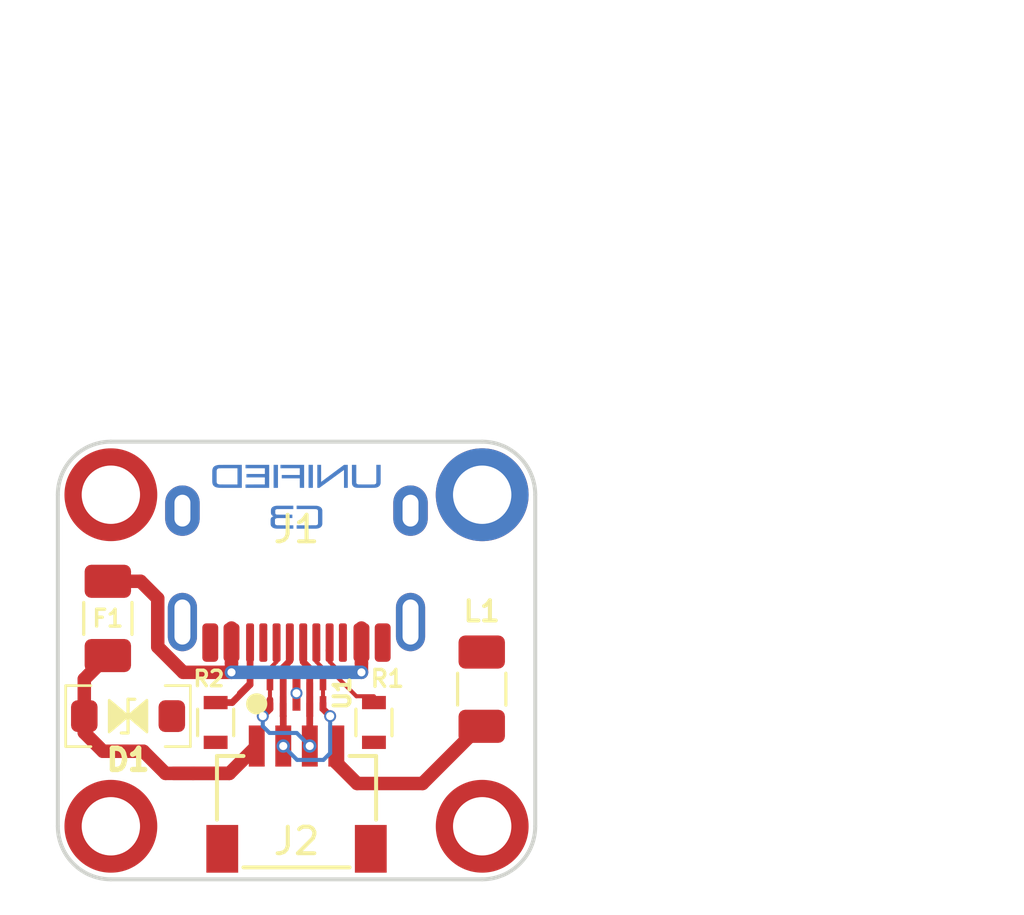
<source format=kicad_pcb>
(kicad_pcb (version 20171130) (host pcbnew "(5.1.4)-1")

  (general
    (thickness 1.6)
    (drawings 19)
    (tracks 85)
    (zones 0)
    (modules 14)
    (nets 11)
  )

  (page User 150.012 150.012)
  (title_block
    (title "Unified Daughterboard")
    (date 2020-03-22)
    (rev C3)
    (company "Designed by the keyboard community")
  )

  (layers
    (0 F.Cu signal)
    (31 B.Cu signal)
    (32 B.Adhes user)
    (33 F.Adhes user)
    (34 B.Paste user)
    (35 F.Paste user)
    (36 B.SilkS user)
    (37 F.SilkS user)
    (38 B.Mask user)
    (39 F.Mask user)
    (40 Dwgs.User user)
    (41 Cmts.User user)
    (42 Eco1.User user)
    (43 Eco2.User user)
    (44 Edge.Cuts user)
    (45 Margin user)
    (46 B.CrtYd user)
    (47 F.CrtYd user)
    (48 B.Fab user)
    (49 F.Fab user)
  )

  (setup
    (last_trace_width 0.254)
    (user_trace_width 0.1524)
    (user_trace_width 0.254)
    (user_trace_width 0.508)
    (trace_clearance 0.127)
    (zone_clearance 0.1524)
    (zone_45_only no)
    (trace_min 0.1524)
    (via_size 0.8)
    (via_drill 0.4)
    (via_min_size 0.4)
    (via_min_drill 0.3)
    (user_via 0.508 0.3048)
    (uvia_size 0.3)
    (uvia_drill 0.1)
    (uvias_allowed no)
    (uvia_min_size 0.2)
    (uvia_min_drill 0.1)
    (edge_width 0.05)
    (segment_width 0.2)
    (pcb_text_width 0.3)
    (pcb_text_size 1.5 1.5)
    (mod_edge_width 0.12)
    (mod_text_size 1 1)
    (mod_text_width 0.15)
    (pad_size 3.500001 3.500001)
    (pad_drill 2.2)
    (pad_to_mask_clearance 0.051)
    (solder_mask_min_width 0.25)
    (aux_axis_origin 0 0)
    (grid_origin 75.0025 64.843)
    (visible_elements 7FFFFF7F)
    (pcbplotparams
      (layerselection 0x310fc_ffffffff)
      (usegerberextensions true)
      (usegerberattributes false)
      (usegerberadvancedattributes false)
      (creategerberjobfile false)
      (excludeedgelayer true)
      (linewidth 0.100000)
      (plotframeref false)
      (viasonmask false)
      (mode 1)
      (useauxorigin false)
      (hpglpennumber 1)
      (hpglpenspeed 20)
      (hpglpendiameter 15.000000)
      (psnegative false)
      (psa4output false)
      (plotreference true)
      (plotvalue true)
      (plotinvisibletext false)
      (padsonsilk false)
      (subtractmaskfromsilk true)
      (outputformat 1)
      (mirror false)
      (drillshape 0)
      (scaleselection 1)
      (outputdirectory "../gerbers-C3"))
  )

  (net 0 "")
  (net 1 GND)
  (net 2 VCC)
  (net 3 GNDPWR)
  (net 4 "Net-(J1-PadB8)")
  (net 5 "Net-(J1-PadA5)")
  (net 6 DA+)
  (net 7 "Net-(J1-PadB5)")
  (net 8 "Net-(J1-PadA8)")
  (net 9 DA-)
  (net 10 VBUS)

  (net_class Default "This is the default net class."
    (clearance 0.127)
    (trace_width 0.254)
    (via_dia 0.8)
    (via_drill 0.4)
    (uvia_dia 0.3)
    (uvia_drill 0.1)
    (add_net DA+)
    (add_net DA-)
    (add_net GNDPWR)
    (add_net "Net-(J1-PadA5)")
    (add_net "Net-(J1-PadA8)")
    (add_net "Net-(J1-PadB5)")
    (add_net "Net-(J1-PadB8)")
    (add_net VBUS)
    (add_net VCC)
  )

  (net_class Power ""
    (clearance 0.1524)
    (trace_width 0.508)
    (via_dia 0.8)
    (via_drill 0.4)
    (uvia_dia 0.3)
    (uvia_drill 0.1)
    (add_net GND)
  )

  (module Unified-Daughterboard-Logo:Unified-Daughterboard-Logo.pretty (layer B.Cu) (tedit 5E789C98) (tstamp 0)
    (at 75.0025 66.509 180)
    (path /00000000-0000-0000-0000-00005e790861)
    (fp_text reference G1 (at 0 0) (layer B.SilkS) hide
      (effects (font (size 1.524 1.524) (thickness 0.3)) (justify mirror))
    )
    (fp_text value Unified-Daughterboard-Logo (at 0.75 0) (layer B.SilkS) hide
      (effects (font (size 1.524 1.524) (thickness 0.3)) (justify mirror))
    )
    (fp_poly (pts (xy 1.319468 -2.630879) (xy 1.321322 -2.636413) (xy 1.32427 -2.645348) (xy 1.328258 -2.657517)
      (xy 1.333233 -2.672755) (xy 1.339141 -2.690897) (xy 1.345929 -2.711779) (xy 1.353543 -2.735235)
      (xy 1.361929 -2.761099) (xy 1.371035 -2.789207) (xy 1.380806 -2.819394) (xy 1.391188 -2.851494)
      (xy 1.40213 -2.885343) (xy 1.413576 -2.920774) (xy 1.425473 -2.957623) (xy 1.437769 -2.995725)
      (xy 1.450408 -3.034915) (xy 1.458619 -3.060383) (xy 1.597242 -3.490443) (xy 2.051086 -3.489838)
      (xy 2.098202 -3.489783) (xy 2.143374 -3.489745) (xy 2.186478 -3.489724) (xy 2.22739 -3.489719)
      (xy 2.265983 -3.489731) (xy 2.302134 -3.489759) (xy 2.335717 -3.489803) (xy 2.366608 -3.489862)
      (xy 2.394682 -3.489936) (xy 2.419813 -3.490025) (xy 2.441878 -3.490128) (xy 2.460751 -3.490245)
      (xy 2.476307 -3.490376) (xy 2.488422 -3.490521) (xy 2.496971 -3.490679) (xy 2.501829 -3.490849)
      (xy 2.50297 -3.490998) (xy 2.501221 -3.492295) (xy 2.496437 -3.495783) (xy 2.488761 -3.50136)
      (xy 2.478334 -3.508924) (xy 2.465299 -3.518372) (xy 2.449797 -3.5296) (xy 2.43197 -3.542507)
      (xy 2.41196 -3.556989) (xy 2.38991 -3.572944) (xy 2.365961 -3.590269) (xy 2.340255 -3.608861)
      (xy 2.312934 -3.628618) (xy 2.284141 -3.649437) (xy 2.254016 -3.671216) (xy 2.222702 -3.69385)
      (xy 2.190342 -3.717239) (xy 2.157076 -3.741279) (xy 2.139525 -3.753961) (xy 2.105815 -3.778319)
      (xy 2.07292 -3.802091) (xy 2.040983 -3.825172) (xy 2.010146 -3.847459) (xy 1.980553 -3.868849)
      (xy 1.952347 -3.889239) (xy 1.92567 -3.908524) (xy 1.900667 -3.926602) (xy 1.87748 -3.943368)
      (xy 1.856252 -3.958721) (xy 1.837126 -3.972555) (xy 1.820245 -3.984767) (xy 1.805753 -3.995255)
      (xy 1.793792 -4.003914) (xy 1.784506 -4.010641) (xy 1.778037 -4.015333) (xy 1.774529 -4.017886)
      (xy 1.773928 -4.018331) (xy 1.773486 -4.018707) (xy 1.773128 -4.01921) (xy 1.7729 -4.01998)
      (xy 1.772845 -4.02116) (xy 1.773009 -4.022894) (xy 1.773436 -4.025323) (xy 1.774173 -4.02859)
      (xy 1.775263 -4.032837) (xy 1.776752 -4.038208) (xy 1.778685 -4.044844) (xy 1.781106 -4.052889)
      (xy 1.784061 -4.062484) (xy 1.787594 -4.073773) (xy 1.791751 -4.086897) (xy 1.796576 -4.101999)
      (xy 1.802115 -4.119223) (xy 1.808412 -4.138709) (xy 1.815512 -4.160602) (xy 1.823461 -4.185043)
      (xy 1.832303 -4.212175) (xy 1.842083 -4.24214) (xy 1.852847 -4.275082) (xy 1.864638 -4.311141)
      (xy 1.877503 -4.350463) (xy 1.891486 -4.393187) (xy 1.906632 -4.439458) (xy 1.910579 -4.451514)
      (xy 1.923592 -4.491276) (xy 1.936281 -4.530056) (xy 1.948592 -4.56769) (xy 1.96047 -4.604014)
      (xy 1.971862 -4.638863) (xy 1.982715 -4.672072) (xy 1.992974 -4.703476) (xy 2.002585 -4.732911)
      (xy 2.011496 -4.760212) (xy 2.019652 -4.785214) (xy 2.026999 -4.807752) (xy 2.033484 -4.827662)
      (xy 2.039053 -4.84478) (xy 2.043652 -4.858939) (xy 2.047227 -4.869977) (xy 2.049726 -4.877727)
      (xy 2.051093 -4.882025) (xy 2.051349 -4.88289) (xy 2.049791 -4.881878) (xy 2.045209 -4.878655)
      (xy 2.03774 -4.873323) (xy 2.027525 -4.865982) (xy 2.014703 -4.856734) (xy 1.999413 -4.845679)
      (xy 1.981793 -4.832918) (xy 1.961984 -4.818553) (xy 1.940124 -4.802685) (xy 1.916353 -4.785414)
      (xy 1.890809 -4.766842) (xy 1.863632 -4.74707) (xy 1.834961 -4.726198) (xy 1.804935 -4.704329)
      (xy 1.773693 -4.681562) (xy 1.741375 -4.657999) (xy 1.708119 -4.633741) (xy 1.684928 -4.616818)
      (xy 1.318498 -4.349382) (xy 1.312176 -4.353857) (xy 1.31002 -4.355418) (xy 1.304843 -4.359183)
      (xy 1.296789 -4.365049) (xy 1.286002 -4.372909) (xy 1.272626 -4.382659) (xy 1.256805 -4.394194)
      (xy 1.238684 -4.407408) (xy 1.218405 -4.422197) (xy 1.196115 -4.438456) (xy 1.171955 -4.456079)
      (xy 1.146072 -4.474961) (xy 1.118608 -4.494997) (xy 1.089708 -4.516082) (xy 1.059515 -4.538111)
      (xy 1.028174 -4.56098) (xy 0.99583 -4.584582) (xy 0.962625 -4.608812) (xy 0.947219 -4.620055)
      (xy 0.913732 -4.644492) (xy 0.881072 -4.668324) (xy 0.849382 -4.691446) (xy 0.818802 -4.713755)
      (xy 0.789476 -4.735148) (xy 0.761544 -4.755522) (xy 0.735149 -4.774773) (xy 0.710433 -4.792797)
      (xy 0.687537 -4.809492) (xy 0.666603 -4.824753) (xy 0.647773 -4.838478) (xy 0.63119 -4.850562)
      (xy 0.616994 -4.860903) (xy 0.605327 -4.869397) (xy 0.596332 -4.875941) (xy 0.590151 -4.880431)
      (xy 0.586924 -4.882764) (xy 0.586467 -4.883087) (xy 0.586397 -4.881727) (xy 0.58742 -4.877177)
      (xy 0.58939 -4.869965) (xy 0.592162 -4.860617) (xy 0.595588 -4.849661) (xy 0.596536 -4.846714)
      (xy 0.598338 -4.841164) (xy 0.601297 -4.832084) (xy 0.605348 -4.819668) (xy 0.610429 -4.804111)
      (xy 0.616476 -4.785605) (xy 0.623425 -4.764347) (xy 0.631213 -4.740528) (xy 0.639776 -4.714344)
      (xy 0.649052 -4.685989) (xy 0.658975 -4.655656) (xy 0.669484 -4.623539) (xy 0.680514 -4.589834)
      (xy 0.692003 -4.554733) (xy 0.703886 -4.51843) (xy 0.7161 -4.481121) (xy 0.728581 -4.442998)
      (xy 0.737582 -4.415511) (xy 0.75263 -4.369542) (xy 0.766496 -4.327157) (xy 0.779223 -4.288218)
      (xy 0.790856 -4.252586) (xy 0.801437 -4.220125) (xy 0.811012 -4.190696) (xy 0.819623 -4.164162)
      (xy 0.827315 -4.140384) (xy 0.834132 -4.119225) (xy 0.840118 -4.100548) (xy 0.845316 -4.084213)
      (xy 0.849771 -4.070083) (xy 0.853527 -4.05802) (xy 0.856627 -4.047888) (xy 0.859115 -4.039546)
      (xy 0.861035 -4.032859) (xy 0.862432 -4.027687) (xy 0.863348 -4.023894) (xy 0.863829 -4.021341)
      (xy 0.863918 -4.01989) (xy 0.863771 -4.019457) (xy 0.861955 -4.018089) (xy 0.857105 -4.014529)
      (xy 0.849363 -4.008881) (xy 0.83887 -4.001246) (xy 0.82577 -3.99173) (xy 0.810203 -3.980433)
      (xy 0.792313 -3.96746) (xy 0.772242 -3.952913) (xy 0.750131 -3.936895) (xy 0.726123 -3.91951)
      (xy 0.70036 -3.900859) (xy 0.672984 -3.881047) (xy 0.644137 -3.860176) (xy 0.613961 -3.838348)
      (xy 0.582599 -3.815668) (xy 0.550192 -3.792237) (xy 0.516884 -3.768159) (xy 0.498635 -3.75497)
      (xy 0.46491 -3.730595) (xy 0.432017 -3.706817) (xy 0.400097 -3.683739) (xy 0.369292 -3.661462)
      (xy 0.339743 -3.640091) (xy 0.311593 -3.619726) (xy 0.284982 -3.600472) (xy 0.260054 -3.58243)
      (xy 0.236949 -3.565704) (xy 0.21581 -3.550395) (xy 0.196778 -3.536607) (xy 0.179994 -3.524442)
      (xy 0.165602 -3.514003) (xy 0.153742 -3.505393) (xy 0.144556 -3.498713) (xy 0.138186 -3.494067)
      (xy 0.134774 -3.491558) (xy 0.13421 -3.491127) (xy 0.135922 -3.490905) (xy 0.141501 -3.490699)
      (xy 0.150896 -3.49051) (xy 0.164055 -3.490337) (xy 0.180927 -3.49018) (xy 0.20146 -3.490041)
      (xy 0.225603 -3.489919) (xy 0.253304 -3.489813) (xy 0.284513 -3.489726) (xy 0.319177 -3.489656)
      (xy 0.357245 -3.489603) (xy 0.398666 -3.489569) (xy 0.443388 -3.489552) (xy 0.49136 -3.489554)
      (xy 0.542531 -3.489574) (xy 0.585794 -3.489604) (xy 1.039338 -3.489969) (xy 1.178432 -3.058732)
      (xy 1.191281 -3.01892) (xy 1.203819 -2.980111) (xy 1.215995 -2.942471) (xy 1.227753 -2.906161)
      (xy 1.239042 -2.871346) (xy 1.249808 -2.838189) (xy 1.259996 -2.806853) (xy 1.269554 -2.777503)
      (xy 1.278429 -2.750301) (xy 1.286567 -2.725412) (xy 1.293915 -2.702998) (xy 1.300418 -2.683223)
      (xy 1.306025 -2.666251) (xy 1.310681 -2.652245) (xy 1.314334 -2.641368) (xy 1.316929 -2.633785)
      (xy 1.318414 -2.629658) (xy 1.318761 -2.628909)) (layer B.Mask) (width 0))
    (fp_poly (pts (xy -1.329876 -2.626778) (xy -1.328025 -2.632058) (xy -1.325081 -2.640741) (xy -1.321098 -2.652664)
      (xy -1.316128 -2.667663) (xy -1.310226 -2.685575) (xy -1.303443 -2.706236) (xy -1.295835 -2.729483)
      (xy -1.287453 -2.755152) (xy -1.278352 -2.78308) (xy -1.268585 -2.813104) (xy -1.258205 -2.845059)
      (xy -1.247266 -2.878782) (xy -1.23582 -2.914109) (xy -1.223922 -2.950878) (xy -1.211624 -2.988925)
      (xy -1.19898 -3.028085) (xy -1.190257 -3.055125) (xy -1.051149 -3.486524) (xy -0.598068 -3.485763)
      (xy -0.556221 -3.485697) (xy -0.515417 -3.485642) (xy -0.47583 -3.485597) (xy -0.43763 -3.485562)
      (xy -0.400992 -3.485538) (xy -0.366086 -3.485524) (xy -0.333086 -3.48552) (xy -0.302165 -3.485526)
      (xy -0.273494 -3.485541) (xy -0.247247 -3.485566) (xy -0.223595 -3.485601) (xy -0.202711 -3.485645)
      (xy -0.184768 -3.485698) (xy -0.169939 -3.485761) (xy -0.158395 -3.485833) (xy -0.150309 -3.485913)
      (xy -0.145854 -3.486002) (xy -0.144986 -3.486067) (xy -0.146551 -3.487297) (xy -0.151152 -3.49072)
      (xy -0.158649 -3.496235) (xy -0.168903 -3.50374) (xy -0.181774 -3.513132) (xy -0.19712 -3.524312)
      (xy -0.214804 -3.537176) (xy -0.234683 -3.551624) (xy -0.256619 -3.567553) (xy -0.280471 -3.584862)
      (xy -0.3061 -3.60345) (xy -0.333366 -3.623214) (xy -0.362127 -3.644054) (xy -0.392245 -3.665867)
      (xy -0.42358 -3.688552) (xy -0.455991 -3.712007) (xy -0.489339 -3.736131) (xy -0.51137 -3.752063)
      (xy -0.545252 -3.77657) (xy -0.578288 -3.800479) (xy -0.610339 -3.823689) (xy -0.641263 -3.846096)
      (xy -0.670921 -3.867599) (xy -0.699173 -3.888097) (xy -0.725879 -3.907488) (xy -0.750899 -3.925669)
      (xy -0.774093 -3.942538) (xy -0.79532 -3.957995) (xy -0.814441 -3.971937) (xy -0.831316 -3.984261)
      (xy -0.845805 -3.994867) (xy -0.857767 -4.003653) (xy -0.867064 -4.010515) (xy -0.873553 -4.015354)
      (xy -0.877097 -4.018066) (xy -0.877754 -4.01864) (xy -0.877155 -4.020595) (xy -0.875404 -4.026071)
      (xy -0.872566 -4.034864) (xy -0.868709 -4.04677) (xy -0.863898 -4.061585) (xy -0.858201 -4.079106)
      (xy -0.851683 -4.099129) (xy -0.844413 -4.121451) (xy -0.836455 -4.145868) (xy -0.827876 -4.172176)
      (xy -0.818744 -4.200172) (xy -0.809124 -4.229652) (xy -0.799084 -4.260413) (xy -0.788689 -4.29225)
      (xy -0.778006 -4.324961) (xy -0.767102 -4.358341) (xy -0.756044 -4.392187) (xy -0.744897 -4.426295)
      (xy -0.733728 -4.460462) (xy -0.722605 -4.494484) (xy -0.711593 -4.528157) (xy -0.700759 -4.561278)
      (xy -0.69017 -4.593644) (xy -0.679891 -4.62505) (xy -0.669991 -4.655292) (xy -0.660534 -4.684168)
      (xy -0.651588 -4.711474) (xy -0.64322 -4.737006) (xy -0.635495 -4.76056) (xy -0.628481 -4.781933)
      (xy -0.622243 -4.800921) (xy -0.616849 -4.81732) (xy -0.612365 -4.830927) (xy -0.608857 -4.841539)
      (xy -0.60842 -4.842858) (xy -0.604769 -4.854127) (xy -0.60176 -4.863921) (xy -0.599542 -4.871718)
      (xy -0.59826 -4.876994) (xy -0.598062 -4.879225) (xy -0.59821 -4.87924) (xy -0.599985 -4.877975)
      (xy -0.604784 -4.874502) (xy -0.612467 -4.868924) (xy -0.622894 -4.861343) (xy -0.635922 -4.851863)
      (xy -0.651412 -4.840586) (xy -0.669223 -4.827614) (xy -0.689214 -4.813049) (xy -0.711243 -4.796996)
      (xy -0.735172 -4.779555) (xy -0.760858 -4.76083) (xy -0.788162 -4.740923) (xy -0.816941 -4.719936)
      (xy -0.847057 -4.697973) (xy -0.878367 -4.675136) (xy -0.910731 -4.651527) (xy -0.944008 -4.627249)
      (xy -0.965289 -4.611723) (xy -1.330061 -4.345567) (xy -1.675525 -4.597708) (xy -1.708673 -4.621901)
      (xy -1.741147 -4.645603) (xy -1.772794 -4.668701) (xy -1.803458 -4.691081) (xy -1.832983 -4.712631)
      (xy -1.861214 -4.733236) (xy -1.887996 -4.752784) (xy -1.913173 -4.77116) (xy -1.936591 -4.788252)
      (xy -1.958094 -4.803947) (xy -1.977526 -4.818131) (xy -1.994732 -4.83069) (xy -2.009558 -4.841511)
      (xy -2.021847 -4.850482) (xy -2.031445 -4.857487) (xy -2.038196 -4.862416) (xy -2.041945 -4.865153)
      (xy -2.042051 -4.86523) (xy -2.049774 -4.870765) (xy -2.056225 -4.875187) (xy -2.060831 -4.878119)
      (xy -2.063017 -4.879183) (xy -2.063118 -4.87911) (xy -2.062518 -4.877135) (xy -2.060751 -4.871601)
      (xy -2.057872 -4.862673) (xy -2.053935 -4.850517) (xy -2.048994 -4.835297) (xy -2.043102 -4.817179)
      (xy -2.036313 -4.796327) (xy -2.028681 -4.772907) (xy -2.02026 -4.747084) (xy -2.011103 -4.719022)
      (xy -2.001266 -4.688887) (xy -1.9908 -4.656844) (xy -1.979761 -4.623058) (xy -1.968202 -4.587694)
      (xy -1.956177 -4.550917) (xy -1.943739 -4.512892) (xy -1.930943 -4.473784) (xy -1.922829 -4.448993)
      (xy -1.90984 -4.409286) (xy -1.897183 -4.370551) (xy -1.884912 -4.332954) (xy -1.873082 -4.29666)
      (xy -1.861745 -4.261836) (xy -1.850954 -4.228646) (xy -1.840764 -4.197256) (xy -1.831228 -4.167832)
      (xy -1.822399 -4.140539) (xy -1.814331 -4.115543) (xy -1.807078 -4.093009) (xy -1.800692 -4.073102)
      (xy -1.795228 -4.055989) (xy -1.790738 -4.041834) (xy -1.787277 -4.030803) (xy -1.784898 -4.023062)
      (xy -1.783654 -4.018776) (xy -1.783477 -4.017927) (xy -1.78513 -4.016567) (xy -1.789819 -4.013015)
      (xy -1.797403 -4.007376) (xy -1.807739 -3.999751) (xy -1.820687 -3.990243) (xy -1.836106 -3.978957)
      (xy -1.853853 -3.965993) (xy -1.873788 -3.951456) (xy -1.89577 -3.935449) (xy -1.919656 -3.918073)
      (xy -1.945306 -3.899432) (xy -1.972579 -3.879629) (xy -2.001333 -3.858767) (xy -2.031426 -3.836948)
      (xy -2.062718 -3.814276) (xy -2.095067 -3.790853) (xy -2.128332 -3.766782) (xy -2.146633 -3.753547)
      (xy -2.18037 -3.729149) (xy -2.213291 -3.705339) (xy -2.245254 -3.682219) (xy -2.276115 -3.659893)
      (xy -2.305733 -3.638465) (xy -2.333964 -3.618038) (xy -2.360664 -3.598714) (xy -2.385693 -3.580598)
      (xy -2.408906 -3.563794) (xy -2.430162 -3.548403) (xy -2.449316 -3.53453) (xy -2.466227 -3.522278)
      (xy -2.480752 -3.51175) (xy -2.492748 -3.50305) (xy -2.502072 -3.496281) (xy -2.508581 -3.491546)
      (xy -2.512132 -3.48895) (xy -2.512766 -3.488476) (xy -2.512981 -3.488131) (xy -2.512634 -3.487813)
      (xy -2.51158 -3.487521) (xy -2.509674 -3.487255) (xy -2.50677 -3.487013) (xy -2.502723 -3.486795)
      (xy -2.497389 -3.486601) (xy -2.490621 -3.486428) (xy -2.482275 -3.486278) (xy -2.472206 -3.486148)
      (xy -2.460267 -3.486039) (xy -2.446315 -3.485949) (xy -2.430204 -3.485878) (xy -2.411788 -3.485824)
      (xy -2.390923 -3.485788) (xy -2.367463 -3.485768) (xy -2.341263 -3.485763) (xy -2.312177 -3.485773)
      (xy -2.280062 -3.485798) (xy -2.244771 -3.485835) (xy -2.206159 -3.485886) (xy -2.164081 -3.485947)
      (xy -2.118392 -3.48602) (xy -2.068946 -3.486103) (xy -2.062929 -3.486114) (xy -1.609174 -3.486894)
      (xy -1.470484 -3.056649) (xy -1.45765 -3.016845) (xy -1.445126 -2.978023) (xy -1.432966 -2.94035)
      (xy -1.421223 -2.90399) (xy -1.409952 -2.869108) (xy -1.399204 -2.835869) (xy -1.389035 -2.804439)
      (xy -1.379497 -2.774981) (xy -1.370644 -2.747663) (xy -1.362529 -2.722647) (xy -1.355206 -2.700101)
      (xy -1.348729 -2.680188) (xy -1.343151 -2.663073) (xy -1.338525 -2.648923) (xy -1.334905 -2.637902)
      (xy -1.332345 -2.630174) (xy -1.330898 -2.625905) (xy -1.33058 -2.625065)) (layer B.Mask) (width 0))
    (fp_poly (pts (xy 3.350374 -0.931266) (xy 3.352212 -0.936766) (xy 3.355143 -0.945666) (xy 3.359116 -0.9578)
      (xy 3.364076 -0.973005) (xy 3.36997 -0.991114) (xy 3.376745 -1.011963) (xy 3.384346 -1.035386)
      (xy 3.392721 -1.061219) (xy 3.401816 -1.089297) (xy 3.411578 -1.119455) (xy 3.421952 -1.151527)
      (xy 3.432886 -1.185349) (xy 3.444327 -1.220756) (xy 3.45622 -1.257582) (xy 3.468512 -1.295663)
      (xy 3.481149 -1.334833) (xy 3.489293 -1.360085) (xy 3.627857 -1.789795) (xy 4.081786 -1.789437)
      (xy 4.123672 -1.789407) (xy 4.164515 -1.789383) (xy 4.204143 -1.789367) (xy 4.242383 -1.789356)
      (xy 4.279063 -1.789352) (xy 4.31401 -1.789354) (xy 4.347053 -1.789361) (xy 4.378019 -1.789375)
      (xy 4.406735 -1.789394) (xy 4.433029 -1.789419) (xy 4.456729 -1.78945) (xy 4.477663 -1.789486)
      (xy 4.495658 -1.789526) (xy 4.510542 -1.789572) (xy 4.522142 -1.789623) (xy 4.530287 -1.789679)
      (xy 4.534803 -1.789739) (xy 4.535714 -1.789783) (xy 4.53415 -1.79098) (xy 4.529548 -1.794368)
      (xy 4.522051 -1.799848) (xy 4.511799 -1.807316) (xy 4.498932 -1.816671) (xy 4.483591 -1.827811)
      (xy 4.465916 -1.840635) (xy 4.446047 -1.855041) (xy 4.424126 -1.870926) (xy 4.400292 -1.888189)
      (xy 4.374687 -1.906729) (xy 4.34745 -1.926444) (xy 4.318722 -1.947231) (xy 4.288643 -1.968988)
      (xy 4.257355 -1.991616) (xy 4.224998 -2.01501) (xy 4.191711 -2.03907) (xy 4.17178 -2.053474)
      (xy 4.137964 -2.077913) (xy 4.104968 -2.101765) (xy 4.072935 -2.124927) (xy 4.042006 -2.147296)
      (xy 4.012323 -2.16877) (xy 3.98403 -2.189244) (xy 3.957268 -2.208617) (xy 3.932179 -2.226784)
      (xy 3.908906 -2.243643) (xy 3.887591 -2.259092) (xy 3.868376 -2.273025) (xy 3.851404 -2.285342)
      (xy 3.836816 -2.295938) (xy 3.824755 -2.304711) (xy 3.815363 -2.311558) (xy 3.808782 -2.316375)
      (xy 3.805154 -2.319059) (xy 3.804463 -2.319596) (xy 3.80414 -2.32009) (xy 3.803975 -2.320952)
      (xy 3.804011 -2.322323) (xy 3.804294 -2.324345) (xy 3.804869 -2.327159) (xy 3.805781 -2.330906)
      (xy 3.807074 -2.33573) (xy 3.808794 -2.34177) (xy 3.810985 -2.349169) (xy 3.813693 -2.358068)
      (xy 3.816962 -2.368609) (xy 3.820838 -2.380934) (xy 3.825364 -2.395184) (xy 3.830587 -2.411501)
      (xy 3.836551 -2.430027) (xy 3.843301 -2.450902) (xy 3.850882 -2.474269) (xy 3.859338 -2.50027)
      (xy 3.868716 -2.529045) (xy 3.879059 -2.560738) (xy 3.890413 -2.595488) (xy 3.902823 -2.633438)
      (xy 3.916332 -2.67473) (xy 3.930988 -2.719505) (xy 3.941883 -2.752785) (xy 3.954894 -2.792536)
      (xy 3.967576 -2.831301) (xy 3.979874 -2.868916) (xy 3.991736 -2.905216) (xy 4.003107 -2.940036)
      (xy 4.013934 -2.973213) (xy 4.024164 -3.004582) (xy 4.033743 -3.033978) (xy 4.042618 -3.061238)
      (xy 4.050735 -3.086197) (xy 4.058041 -3.10869) (xy 4.064483 -3.128554) (xy 4.070006 -3.145624)
      (xy 4.074557 -3.159735) (xy 4.078083 -3.170723) (xy 4.080531 -3.178425) (xy 4.081846 -3.182675)
      (xy 4.082069 -3.183509) (xy 4.080452 -3.182433) (xy 4.075811 -3.179147) (xy 4.068285 -3.173753)
      (xy 4.058014 -3.166351) (xy 4.045137 -3.157044) (xy 4.029793 -3.145933) (xy 4.012124 -3.133119)
      (xy 3.992267 -3.118704) (xy 3.970363 -3.102789) (xy 3.946551 -3.085476) (xy 3.920972 -3.066866)
      (xy 3.893763 -3.04706) (xy 3.865066 -3.026161) (xy 3.83502 -3.00427) (xy 3.803764 -2.981487)
      (xy 3.771438 -2.957915) (xy 3.738182 -2.933655) (xy 3.715659 -2.91722) (xy 3.674989 -2.887543)
      (xy 3.637365 -2.860098) (xy 3.602672 -2.834803) (xy 3.570793 -2.811574) (xy 3.541614 -2.790329)
      (xy 3.515018 -2.770985) (xy 3.49089 -2.75346) (xy 3.469114 -2.737669) (xy 3.449575 -2.723531)
      (xy 3.432157 -2.710963) (xy 3.416746 -2.699881) (xy 3.403224 -2.690203) (xy 3.391476 -2.681846)
      (xy 3.381388 -2.674727) (xy 3.372842 -2.668764) (xy 3.365725 -2.663873) (xy 3.35992 -2.659971)
      (xy 3.355311 -2.656977) (xy 3.351783 -2.654806) (xy 3.349221 -2.653377) (xy 3.347508 -2.652605)
      (xy 3.34653 -2.652409) (xy 3.346317 -2.652474) (xy 3.344425 -2.65382) (xy 3.33951 -2.657374)
      (xy 3.331714 -2.663031) (xy 3.321178 -2.670688) (xy 3.308044 -2.680243) (xy 3.292455 -2.691592)
      (xy 3.274552 -2.704631) (xy 3.254476 -2.719257) (xy 3.23237 -2.735367) (xy 3.208376 -2.752857)
      (xy 3.182634 -2.771624) (xy 3.155288 -2.791565) (xy 3.126479 -2.812576) (xy 3.096348 -2.834555)
      (xy 3.065037 -2.857397) (xy 3.032689 -2.880999) (xy 2.999445 -2.905258) (xy 2.980268 -2.919253)
      (xy 2.946616 -2.94381) (xy 2.913797 -2.967751) (xy 2.881953 -2.990973) (xy 2.851224 -3.013375)
      (xy 2.82175 -3.034855) (xy 2.793673 -3.05531) (xy 2.767132 -3.074638) (xy 2.742268 -3.092736)
      (xy 2.719222 -3.109503) (xy 2.698134 -3.124836) (xy 2.679145 -3.138633) (xy 2.662396 -3.150792)
      (xy 2.648026 -3.16121) (xy 2.636177 -3.169785) (xy 2.626989 -3.176415) (xy 2.620603 -3.180998)
      (xy 2.617159 -3.183431) (xy 2.616565 -3.183817) (xy 2.616084 -3.182302) (xy 2.616529 -3.180388)
      (xy 2.617239 -3.178232) (xy 2.619114 -3.172519) (xy 2.622101 -3.163414) (xy 2.626144 -3.151085)
      (xy 2.631189 -3.135697) (xy 2.637181 -3.117418) (xy 2.644066 -3.096412) (xy 2.65179 -3.072847)
      (xy 2.660297 -3.04689) (xy 2.669534 -3.018705) (xy 2.679445 -2.98846) (xy 2.689977 -2.956321)
      (xy 2.701074 -2.922455) (xy 2.712683 -2.887027) (xy 2.724748 -2.850204) (xy 2.737216 -2.812153)
      (xy 2.750031 -2.773039) (xy 2.757633 -2.749838) (xy 2.773762 -2.700591) (xy 2.788698 -2.65495)
      (xy 2.802477 -2.612802) (xy 2.815135 -2.574033) (xy 2.826709 -2.53853) (xy 2.837234 -2.506179)
      (xy 2.846749 -2.476866) (xy 2.855288 -2.450477) (xy 2.862889 -2.426899) (xy 2.869587 -2.406018)
      (xy 2.87542 -2.38772) (xy 2.880424 -2.371892) (xy 2.884634 -2.358419) (xy 2.888089 -2.347189)
      (xy 2.890823 -2.338086) (xy 2.892874 -2.330999) (xy 2.894278 -2.325812) (xy 2.895072 -2.322412)
      (xy 2.895291 -2.320686) (xy 2.895219 -2.320431) (xy 2.893433 -2.319085) (xy 2.888612 -2.315549)
      (xy 2.880899 -2.309923) (xy 2.870435 -2.302312) (xy 2.857363 -2.292817) (xy 2.841824 -2.281542)
      (xy 2.82396 -2.26859) (xy 2.803913 -2.254063) (xy 2.781826 -2.238064) (xy 2.75784 -2.220696)
      (xy 2.732097 -2.202062) (xy 2.70474 -2.182265) (xy 2.67591 -2.161408) (xy 2.645749 -2.139592)
      (xy 2.614399 -2.116922) (xy 2.582002 -2.0935) (xy 2.5487 -2.069429) (xy 2.5304 -2.056203)
      (xy 2.496663 -2.03182) (xy 2.463751 -2.008028) (xy 2.431807 -1.984931) (xy 2.400973 -1.96263)
      (xy 2.37139 -1.94123) (xy 2.343201 -1.920833) (xy 2.316549 -1.901542) (xy 2.291574 -1.88346)
      (xy 2.26842 -1.866691) (xy 2.247229 -1.851336) (xy 2.228143 -1.8375) (xy 2.211304 -1.825285)
      (xy 2.196854 -1.814794) (xy 2.184936 -1.80613) (xy 2.175691 -1.799396) (xy 2.169262 -1.794695)
      (xy 2.16579 -1.79213) (xy 2.165197 -1.79167) (xy 2.165418 -1.79138) (xy 2.166809 -1.791113)
      (xy 2.169504 -1.790868) (xy 2.173636 -1.790643) (xy 2.179342 -1.79044) (xy 2.186755 -1.790256)
      (xy 2.196011 -1.790091) (xy 2.207243 -1.789944) (xy 2.220586 -1.789816) (xy 2.236175 -1.789704)
      (xy 2.254144 -1.789609) (xy 2.274629 -1.78953) (xy 2.297763 -1.789466) (xy 2.323682 -1.789417)
      (xy 2.352519 -1.789381) (xy 2.38441 -1.789358) (xy 2.419489 -1.789348) (xy 2.45789 -1.78935)
      (xy 2.499749 -1.789363) (xy 2.545199 -1.789386) (xy 2.594376 -1.789419) (xy 2.616573 -1.789436)
      (xy 3.070687 -1.789795) (xy 3.196464 -1.3999) (xy 3.20888 -1.361413) (xy 3.221087 -1.323572)
      (xy 3.233023 -1.286574) (xy 3.244623 -1.250618) (xy 3.255823 -1.2159) (xy 3.266561 -1.182619)
      (xy 3.276771 -1.150971) (xy 3.28639 -1.121155) (xy 3.295355 -1.093368) (xy 3.303602 -1.067808)
      (xy 3.311067 -1.044673) (xy 3.317686 -1.024159) (xy 3.323396 -1.006464) (xy 3.328133 -0.991787)
      (xy 3.331832 -0.980324) (xy 3.334431 -0.972274) (xy 3.335441 -0.969146) (xy 3.339321 -0.957319)
      (xy 3.342845 -0.946931) (xy 3.345827 -0.938496) (xy 3.348083 -0.932533) (xy 3.349427 -0.929558)
      (xy 3.349685 -0.929331)) (layer B.Mask) (width 0))
    (fp_poly (pts (xy -3.355276 -0.92241) (xy -3.353419 -0.927943) (xy -3.350469 -0.936875) (xy -3.34648 -0.94904)
      (xy -3.341506 -0.964272) (xy -3.335599 -0.982406) (xy -3.328815 -1.003275) (xy -3.321207 -1.026715)
      (xy -3.312828 -1.052559) (xy -3.303732 -1.080642) (xy -3.293974 -1.110797) (xy -3.283605 -1.14286)
      (xy -3.272682 -1.176665) (xy -3.261256 -1.212045) (xy -3.249382 -1.248835) (xy -3.237113 -1.28687)
      (xy -3.224504 -1.325983) (xy -3.2171 -1.348959) (xy -3.204315 -1.388634) (xy -3.191839 -1.427335)
      (xy -3.179727 -1.464895) (xy -3.168032 -1.501148) (xy -3.156807 -1.535928) (xy -3.146108 -1.569068)
      (xy -3.135986 -1.600403) (xy -3.126497 -1.629765) (xy -3.117694 -1.656989) (xy -3.109631 -1.681909)
      (xy -3.102361 -1.704358) (xy -3.095938 -1.724169) (xy -3.090417 -1.741177) (xy -3.08585 -1.755215)
      (xy -3.082292 -1.766117) (xy -3.079797 -1.773716) (xy -3.078418 -1.777847) (xy -3.078151 -1.778587)
      (xy -3.077367 -1.77887) (xy -3.075239 -1.779132) (xy -3.071636 -1.779374) (xy -3.066429 -1.779597)
      (xy -3.059485 -1.7798) (xy -3.050675 -1.779985) (xy -3.039866 -1.780153) (xy -3.026928 -1.780305)
      (xy -3.01173 -1.78044) (xy -2.994142 -1.78056) (xy -2.974031 -1.780666) (xy -2.951268 -1.780758)
      (xy -2.925721 -1.780836) (xy -2.89726 -1.780902) (xy -2.865753 -1.780957) (xy -2.831069 -1.781001)
      (xy -2.793078 -1.781034) (xy -2.751649 -1.781058) (xy -2.70665 -1.781073) (xy -2.657951 -1.78108)
      (xy -2.623355 -1.781081) (xy -2.571831 -1.781083) (xy -2.524103 -1.781094) (xy -2.480046 -1.781113)
      (xy -2.439537 -1.781142) (xy -2.402452 -1.781182) (xy -2.368667 -1.781232) (xy -2.338061 -1.781293)
      (xy -2.310507 -1.781367) (xy -2.285884 -1.781453) (xy -2.264067 -1.781553) (xy -2.244933 -1.781667)
      (xy -2.228359 -1.781796) (xy -2.21422 -1.78194) (xy -2.202394 -1.7821) (xy -2.192756 -1.782277)
      (xy -2.185184 -1.782472) (xy -2.179553 -1.782684) (xy -2.17574 -1.782916) (xy -2.173621 -1.783166)
      (xy -2.173074 -1.783437) (xy -2.17311 -1.783472) (xy -2.174976 -1.784829) (xy -2.179876 -1.788378)
      (xy -2.187667 -1.794018) (xy -2.198208 -1.801646) (xy -2.211357 -1.811158) (xy -2.226971 -1.822453)
      (xy -2.244909 -1.835427) (xy -2.265028 -1.849979) (xy -2.287188 -1.866005) (xy -2.311245 -1.883402)
      (xy -2.337058 -1.902068) (xy -2.364485 -1.921901) (xy -2.393383 -1.942797) (xy -2.423611 -1.964654)
      (xy -2.455027 -1.987369) (xy -2.487489 -2.01084) (xy -2.520855 -2.034963) (xy -2.540687 -2.049302)
      (xy -2.905048 -2.312727) (xy -2.897539 -2.335356) (xy -2.892806 -2.34965) (xy -2.887179 -2.366704)
      (xy -2.880721 -2.386316) (xy -2.873499 -2.408288) (xy -2.865577 -2.43242) (xy -2.857021 -2.45851)
      (xy -2.847896 -2.486361) (xy -2.838266 -2.515771) (xy -2.828198 -2.54654) (xy -2.817757 -2.57847)
      (xy -2.807007 -2.611359) (xy -2.796013 -2.645008) (xy -2.784842 -2.679218) (xy -2.773557 -2.713787)
      (xy -2.762225 -2.748517) (xy -2.75091 -2.783207) (xy -2.739678 -2.817658) (xy -2.728593 -2.851669)
      (xy -2.717722 -2.885041) (xy -2.707128 -2.917574) (xy -2.696878 -2.949067) (xy -2.687036 -2.979321)
      (xy -2.677668 -3.008137) (xy -2.668838 -3.035313) (xy -2.660613 -3.06065) (xy -2.653057 -3.083949)
      (xy -2.646234 -3.10501) (xy -2.640212 -3.123631) (xy -2.635054 -3.139614) (xy -2.630826 -3.152759)
      (xy -2.627592 -3.162866) (xy -2.625419 -3.169734) (xy -2.624372 -3.173165) (xy -2.624283 -3.173533)
      (xy -2.62592 -3.172472) (xy -2.630581 -3.169201) (xy -2.638127 -3.163821) (xy -2.648417 -3.156433)
      (xy -2.661312 -3.147139) (xy -2.676672 -3.136041) (xy -2.694357 -3.123239) (xy -2.714229 -3.108836)
      (xy -2.736146 -3.092932) (xy -2.759969 -3.075629) (xy -2.785558 -3.057029) (xy -2.812774 -3.037233)
      (xy -2.841477 -3.016343) (xy -2.871527 -2.994459) (xy -2.902784 -2.971684) (xy -2.935109 -2.948118)
      (xy -2.968362 -2.923864) (xy -2.990663 -2.907591) (xy -3.356205 -2.640812) (xy -3.362586 -2.645322)
      (xy -3.364748 -2.646885) (xy -3.36993 -2.650654) (xy -3.37799 -2.656523) (xy -3.388783 -2.664387)
      (xy -3.402164 -2.674141) (xy -3.417992 -2.685679) (xy -3.43612 -2.698898) (xy -3.456405 -2.713692)
      (xy -3.478704 -2.729956) (xy -3.502872 -2.747584) (xy -3.528765 -2.766473) (xy -3.556239 -2.786516)
      (xy -3.58515 -2.807609) (xy -3.615354 -2.829647) (xy -3.646708 -2.852525) (xy -3.679067 -2.876137)
      (xy -3.712287 -2.900379) (xy -3.72811 -2.911926) (xy -3.761601 -2.936364) (xy -3.794255 -2.960186)
      (xy -3.825931 -2.98329) (xy -3.856487 -3.005571) (xy -3.885784 -3.026928) (xy -3.913679 -3.047258)
      (xy -3.940032 -3.066459) (xy -3.964701 -3.084427) (xy -3.987546 -3.10106) (xy -4.008425 -3.116255)
      (xy -4.027198 -3.129909) (xy -4.043723 -3.141921) (xy -4.057859 -3.152186) (xy -4.069465 -3.160603)
      (xy -4.0784 -3.167068) (xy -4.084523 -3.17148) (xy -4.087693 -3.173734) (xy -4.088126 -3.174021)
      (xy -4.089 -3.172579) (xy -4.089 -3.172565) (xy -4.088399 -3.170594) (xy -4.086632 -3.165065)
      (xy -4.083753 -3.156141) (xy -4.079816 -3.143989) (xy -4.074874 -3.128773) (xy -4.068982 -3.110658)
      (xy -4.062192 -3.08981) (xy -4.05456 -3.066392) (xy -4.046139 -3.040571) (xy -4.036982 -3.012511)
      (xy -4.027143 -2.982377) (xy -4.016677 -2.950335) (xy -4.005637 -2.916549) (xy -3.994078 -2.881184)
      (xy -3.982051 -2.844405) (xy -3.969613 -2.806378) (xy -3.956816 -2.767266) (xy -3.948654 -2.742328)
      (xy -3.93323 -2.695203) (xy -3.918981 -2.651659) (xy -3.905862 -2.611554) (xy -3.893828 -2.574744)
      (xy -3.882833 -2.541088) (xy -3.872832 -2.510441) (xy -3.863781 -2.482663) (xy -3.855634 -2.457609)
      (xy -3.848347 -2.435137) (xy -3.841873 -2.415106) (xy -3.836168 -2.397371) (xy -3.831187 -2.38179)
      (xy -3.826884 -2.36822) (xy -3.823215 -2.35652) (xy -3.820135 -2.346545) (xy -3.817598 -2.338154)
      (xy -3.815558 -2.331204) (xy -3.813972 -2.325552) (xy -3.812794 -2.321055) (xy -3.811979 -2.31757)
      (xy -3.811481 -2.314956) (xy -3.811256 -2.313069) (xy -3.811259 -2.311767) (xy -3.811444 -2.310906)
      (xy -3.811766 -2.310345) (xy -3.811995 -2.310103) (xy -3.813907 -2.308649) (xy -3.818853 -2.305005)
      (xy -3.826691 -2.299274) (xy -3.837278 -2.291561) (xy -3.85047 -2.281968) (xy -3.866124 -2.2706)
      (xy -3.884099 -2.257559) (xy -3.90425 -2.242949) (xy -3.926435 -2.226874) (xy -3.950511 -2.209438)
      (xy -3.976335 -2.190743) (xy -4.003764 -2.170894) (xy -4.032655 -2.149994) (xy -4.062866 -2.128146)
      (xy -4.094253 -2.105454) (xy -4.126673 -2.082022) (xy -4.159984 -2.057953) (xy -4.177167 -2.04554)
      (xy -4.210847 -2.021209) (xy -4.243695 -1.997477) (xy -4.275568 -1.974445) (xy -4.306326 -1.952216)
      (xy -4.335825 -1.930893) (xy -4.363925 -1.910579) (xy -4.390483 -1.891376) (xy -4.415357 -1.873387)
      (xy -4.438405 -1.856715) (xy -4.459485 -1.841462) (xy -4.478456 -1.827732) (xy -4.495175 -1.815626)
      (xy -4.509501 -1.805247) (xy -4.521291 -1.796699) (xy -4.530403 -1.790083) (xy -4.536696 -1.785503)
      (xy -4.540028 -1.783061) (xy -4.540543 -1.78267) (xy -4.538802 -1.782493) (xy -4.533276 -1.782322)
      (xy -4.524098 -1.782161) (xy -4.511401 -1.782007) (xy -4.495319 -1.781864) (xy -4.475984 -1.781729)
      (xy -4.453531 -1.781605) (xy -4.428092 -1.781492) (xy -4.399801 -1.78139) (xy -4.368791 -1.781299)
      (xy -4.335195 -1.781221) (xy -4.299147 -1.781155) (xy -4.260779 -1.781103) (xy -4.220226 -1.781063)
      (xy -4.17762 -1.781038) (xy -4.133094 -1.781028) (xy -4.088931 -1.781032) (xy -3.635429 -1.781142)
      (xy -3.496345 -1.350094) (xy -3.483494 -1.310291) (xy -3.470954 -1.271491) (xy -3.458776 -1.23386)
      (xy -3.447015 -1.197559) (xy -3.435724 -1.162752) (xy -3.424956 -1.129604) (xy -3.414765 -1.098278)
      (xy -3.405204 -1.068937) (xy -3.396327 -1.041744) (xy -3.388187 -1.016864) (xy -3.380838 -0.994459)
      (xy -3.374332 -0.974694) (xy -3.368724 -0.957732) (xy -3.364067 -0.943736) (xy -3.360413 -0.932871)
      (xy -3.357818 -0.925298) (xy -3.356334 -0.921183) (xy -3.355987 -0.920442)) (layer B.Mask) (width 0))
    (fp_poly (pts (xy 3.812917 1.676202) (xy 3.814754 1.670958) (xy 3.817684 1.662311) (xy 3.821654 1.650423)
      (xy 3.826611 1.63546) (xy 3.8325 1.617583) (xy 3.83927 1.596956) (xy 3.846867 1.573744)
      (xy 3.855237 1.548109) (xy 3.864327 1.520214) (xy 3.874083 1.490224) (xy 3.884453 1.458301)
      (xy 3.895383 1.424609) (xy 3.90682 1.389312) (xy 3.91871 1.352573) (xy 3.931 1.314555)
      (xy 3.943637 1.275422) (xy 3.952198 1.248887) (xy 3.965041 1.209072) (xy 3.977569 1.170245)
      (xy 3.98973 1.132569) (xy 4.001469 1.096211) (xy 4.012734 1.061334) (xy 4.023472 1.028103)
      (xy 4.033628 0.996683) (xy 4.04315 0.967239) (xy 4.051985 0.939935) (xy 4.060079 0.914935)
      (xy 4.067379 0.892405) (xy 4.073831 0.872509) (xy 4.079383 0.855411) (xy 4.083981 0.841277)
      (xy 4.087572 0.830271) (xy 4.090102 0.822557) (xy 4.091518 0.8183) (xy 4.091817 0.817465)
      (xy 4.093814 0.8174) (xy 4.099556 0.817338) (xy 4.108871 0.817278) (xy 4.121586 0.817221)
      (xy 4.137529 0.817168) (xy 4.156526 0.817118) (xy 4.178405 0.817071) (xy 4.202993 0.817028)
      (xy 4.230116 0.81699) (xy 4.259603 0.816956) (xy 4.29128 0.816926) (xy 4.324975 0.816901)
      (xy 4.360514 0.816882) (xy 4.397726 0.816867) (xy 4.436437 0.816858) (xy 4.476473 0.816855)
      (xy 4.517664 0.816857) (xy 4.545804 0.816862) (xy 4.595785 0.816872) (xy 4.641992 0.816877)
      (xy 4.684569 0.816876) (xy 4.723659 0.816867) (xy 4.759405 0.816851) (xy 4.791954 0.816826)
      (xy 4.821447 0.816791) (xy 4.848029 0.816746) (xy 4.871844 0.816689) (xy 4.893036 0.816619)
      (xy 4.911749 0.816536) (xy 4.928127 0.816439) (xy 4.942313 0.816326) (xy 4.954453 0.816197)
      (xy 4.964688 0.816051) (xy 4.973165 0.815886) (xy 4.980026 0.815703) (xy 4.985415 0.815499)
      (xy 4.989477 0.815275) (xy 4.992355 0.815029) (xy 4.994193 0.81476) (xy 4.995136 0.814468)
      (xy 4.995326 0.814151) (xy 4.995164 0.813966) (xy 4.993231 0.812553) (xy 4.988265 0.808947)
      (xy 4.98041 0.803252) (xy 4.969807 0.795571) (xy 4.9566 0.786007) (xy 4.940932 0.774663)
      (xy 4.922944 0.761644) (xy 4.902781 0.747052) (xy 4.880584 0.73099) (xy 4.856497 0.713563)
      (xy 4.830661 0.694872) (xy 4.803221 0.675022) (xy 4.774319 0.654116) (xy 4.744098 0.632256)
      (xy 4.712699 0.609547) (xy 4.680267 0.586092) (xy 4.646944 0.561994) (xy 4.629038 0.549046)
      (xy 4.59534 0.524671) (xy 4.562481 0.50089) (xy 4.530604 0.477805) (xy 4.499849 0.45552)
      (xy 4.470358 0.434137) (xy 4.442273 0.413759) (xy 4.415734 0.394489) (xy 4.390882 0.376429)
      (xy 4.36786 0.359683) (xy 4.346807 0.344353) (xy 4.327867 0.330542) (xy 4.311179 0.318353)
      (xy 4.296885 0.307888) (xy 4.285126 0.299251) (xy 4.276044 0.292544) (xy 4.26978 0.287869)
      (xy 4.266475 0.285331) (xy 4.265971 0.284884) (xy 4.266492 0.28284) (xy 4.268182 0.277238)
      (xy 4.270987 0.268244) (xy 4.274854 0.256023) (xy 4.279728 0.24074) (xy 4.285557 0.222562)
      (xy 4.292287 0.201653) (xy 4.299864 0.178179) (xy 4.308235 0.152304) (xy 4.317346 0.124196)
      (xy 4.327144 0.094018) (xy 4.337575 0.061937) (xy 4.348586 0.028117) (xy 4.360122 -0.007275)
      (xy 4.372131 -0.044075) (xy 4.384559 -0.082117) (xy 4.397353 -0.121235) (xy 4.405432 -0.145918)
      (xy 4.41842 -0.185602) (xy 4.431077 -0.224301) (xy 4.443347 -0.26185) (xy 4.455178 -0.298086)
      (xy 4.466516 -0.332842) (xy 4.477308 -0.365955) (xy 4.487501 -0.397259) (xy 4.49704 -0.42659)
      (xy 4.505872 -0.453784) (xy 4.513945 -0.478675) (xy 4.521203 -0.501098) (xy 4.527595 -0.52089)
      (xy 4.533066 -0.537885) (xy 4.537563 -0.551918) (xy 4.541032 -0.562825) (xy 4.54342 -0.570441)
      (xy 4.544674 -0.574601) (xy 4.544857 -0.575374) (xy 4.543215 -0.574318) (xy 4.538549 -0.571052)
      (xy 4.530999 -0.565676) (xy 4.520705 -0.558293) (xy 4.507807 -0.549003) (xy 4.492444 -0.537908)
      (xy 4.474758 -0.52511) (xy 4.454886 -0.51071) (xy 4.43297 -0.49481) (xy 4.409148 -0.47751)
      (xy 4.383562 -0.458913) (xy 4.35635 -0.439121) (xy 4.327653 -0.418233) (xy 4.29761 -0.396353)
      (xy 4.266361 -0.373581) (xy 4.234047 -0.35002) (xy 4.200806 -0.32577) (xy 4.178842 -0.309738)
      (xy 4.145068 -0.28509) (xy 4.112125 -0.261061) (xy 4.080155 -0.237753) (xy 4.049296 -0.215268)
      (xy 4.019688 -0.193707) (xy 3.991473 -0.173171) (xy 3.96479 -0.153764) (xy 3.939779 -0.135586)
      (xy 3.91658 -0.118739) (xy 3.895333 -0.103326) (xy 3.876179 -0.089446) (xy 3.859258 -0.077204)
      (xy 3.844709 -0.066699) (xy 3.832673 -0.058034) (xy 3.82329 -0.05131) (xy 3.8167 -0.04663)
      (xy 3.813043 -0.044095) (xy 3.812306 -0.043645) (xy 3.810614 -0.044825) (xy 3.805898 -0.048213)
      (xy 3.798299 -0.053708) (xy 3.787957 -0.061207) (xy 3.775011 -0.070608) (xy 3.759604 -0.081808)
      (xy 3.741875 -0.094706) (xy 3.721964 -0.109199) (xy 3.700013 -0.125185) (xy 3.676161 -0.142561)
      (xy 3.650549 -0.161225) (xy 3.623317 -0.181075) (xy 3.594606 -0.202009) (xy 3.564557 -0.223924)
      (xy 3.533309 -0.246718) (xy 3.501004 -0.270289) (xy 3.467781 -0.294534) (xy 3.447187 -0.309565)
      (xy 3.413471 -0.334174) (xy 3.380583 -0.358172) (xy 3.348666 -0.381457) (xy 3.317859 -0.403927)
      (xy 3.288303 -0.425479) (xy 3.260139 -0.44601) (xy 3.233507 -0.46542) (xy 3.208548 -0.483604)
      (xy 3.185403 -0.500461) (xy 3.164212 -0.515888) (xy 3.145116 -0.529783) (xy 3.128256 -0.542043)
      (xy 3.113772 -0.552566) (xy 3.101804 -0.56125) (xy 3.092494 -0.567992) (xy 3.085981 -0.57269)
      (xy 3.082407 -0.575241) (xy 3.081731 -0.5757) (xy 3.080024 -0.575373) (xy 3.079976 -0.575099)
      (xy 3.080577 -0.573148) (xy 3.082344 -0.567637) (xy 3.085223 -0.558733) (xy 3.089162 -0.5466)
      (xy 3.094104 -0.531403) (xy 3.099998 -0.513308) (xy 3.106788 -0.492479) (xy 3.114421 -0.469081)
      (xy 3.122844 -0.443279) (xy 3.132001 -0.415239) (xy 3.14184 -0.385125) (xy 3.152307 -0.353103)
      (xy 3.163347 -0.319337) (xy 3.174906 -0.283992) (xy 3.186932 -0.247234) (xy 3.19937 -0.209227)
      (xy 3.212166 -0.170136) (xy 3.220188 -0.145634) (xy 3.233176 -0.105947) (xy 3.245831 -0.067233)
      (xy 3.2581 -0.029658) (xy 3.269929 0.006612) (xy 3.281265 0.041412) (xy 3.292054 0.074577)
      (xy 3.302243 0.105941) (xy 3.311777 0.135338) (xy 3.320604 0.162604) (xy 3.32867 0.187571)
      (xy 3.335921 0.210076) (xy 3.342305 0.229951) (xy 3.347766 0.247033) (xy 3.352252 0.261155)
      (xy 3.355709 0.272152) (xy 3.358084 0.279858) (xy 3.359323 0.284107) (xy 3.359497 0.284932)
      (xy 3.357847 0.286282) (xy 3.353161 0.289823) (xy 3.345579 0.295453) (xy 3.335243 0.303068)
      (xy 3.322293 0.312566) (xy 3.30687 0.323844) (xy 3.289116 0.336801) (xy 3.269171 0.351333)
      (xy 3.247176 0.367338) (xy 3.223272 0.384714) (xy 3.197601 0.403357) (xy 3.170303 0.423166)
      (xy 3.141519 0.444037) (xy 3.111389 0.465869) (xy 3.080056 0.488559) (xy 3.04766 0.512004)
      (xy 3.014342 0.536101) (xy 2.994458 0.550475) (xy 2.960657 0.574907) (xy 2.927687 0.598742)
      (xy 2.89569 0.621876) (xy 2.864807 0.644207) (xy 2.835179 0.665634) (xy 2.806948 0.686053)
      (xy 2.780255 0.705363) (xy 2.755242 0.723461) (xy 2.73205 0.740245) (xy 2.710821 0.755612)
      (xy 2.691695 0.76946) (xy 2.674815 0.781687) (xy 2.660321 0.79219) (xy 2.648355 0.800868)
      (xy 2.639059 0.807617) (xy 2.632573 0.812335) (xy 2.62904 0.814921) (xy 2.628398 0.815404)
      (xy 2.630137 0.815578) (xy 2.635656 0.815744) (xy 2.644817 0.815902) (xy 2.657482 0.816051)
      (xy 2.673512 0.81619) (xy 2.692769 0.81632) (xy 2.715114 0.816439) (xy 2.74041 0.816547)
      (xy 2.768518 0.816643) (xy 2.799299 0.816728) (xy 2.832616 0.816801) (xy 2.86833 0.81686)
      (xy 2.906303 0.816907) (xy 2.946396 0.81694) (xy 2.988471 0.816958) (xy 3.03239 0.816962)
      (xy 3.078014 0.81695) (xy 3.079973 0.81695) (xy 3.12971 0.816929) (xy 3.175678 0.816913)
      (xy 3.218026 0.816902) (xy 3.256901 0.816897) (xy 3.292453 0.816899) (xy 3.324831 0.81691)
      (xy 3.354183 0.81693) (xy 3.380659 0.816961) (xy 3.404407 0.817004) (xy 3.425576 0.817059)
      (xy 3.444316 0.817129) (xy 3.460774 0.817213) (xy 3.4751 0.817313) (xy 3.487443 0.817431)
      (xy 3.497951 0.817567) (xy 3.506773 0.817723) (xy 3.514059 0.817899) (xy 3.519957 0.818097)
      (xy 3.524615 0.818317) (xy 3.528184 0.818561) (xy 3.530811 0.818831) (xy 3.532645 0.819126)
      (xy 3.533836 0.819448) (xy 3.534532 0.819799) (xy 3.534882 0.820179) (xy 3.534949 0.820315)
      (xy 3.535679 0.822487) (xy 3.537558 0.828221) (xy 3.54053 0.837351) (xy 3.544542 0.84971)
      (xy 3.54954 0.865131) (xy 3.555469 0.883446) (xy 3.562277 0.904489) (xy 3.569908 0.928092)
      (xy 3.57831 0.95409) (xy 3.587427 0.982314) (xy 3.597206 1.012597) (xy 3.607594 1.044773)
      (xy 3.618535 1.078675) (xy 3.629977 1.114136) (xy 3.641865 1.150988) (xy 3.654145 1.189065)
      (xy 3.666764 1.228199) (xy 3.673796 1.250015) (xy 3.686569 1.289632) (xy 3.699031 1.328268)
      (xy 3.711126 1.365757) (xy 3.722802 1.401934) (xy 3.734005 1.436632) (xy 3.744682 1.469685)
      (xy 3.754778 1.500927) (xy 3.764239 1.530193) (xy 3.773013 1.557315) (xy 3.781045 1.582128)
      (xy 3.788281 1.604466) (xy 3.794669 1.624163) (xy 3.800153 1.641053) (xy 3.804681 1.654969)
      (xy 3.808199 1.665746) (xy 3.810652 1.673218) (xy 3.811988 1.677218) (xy 3.812227 1.677879)) (layer B.Mask) (width 0))
    (fp_poly (pts (xy -3.81206 1.687042) (xy -3.81023 1.681637) (xy -3.807305 1.672831) (xy -3.80334 1.660787)
      (xy -3.798388 1.64567) (xy -3.792502 1.627644) (xy -3.785734 1.606873) (xy -3.77814 1.583521)
      (xy -3.769771 1.557753) (xy -3.760681 1.529732) (xy -3.750924 1.499623) (xy -3.740552 1.46759)
      (xy -3.729619 1.433797) (xy -3.718179 1.398409) (xy -3.706284 1.361589) (xy -3.693988 1.323502)
      (xy -3.681345 1.284312) (xy -3.672705 1.257518) (xy -3.533646 0.826165) (xy -3.079045 0.827415)
      (xy -3.027396 0.827553) (xy -2.979543 0.827672) (xy -2.935363 0.827773) (xy -2.894734 0.827854)
      (xy -2.857534 0.827916) (xy -2.823639 0.827958) (xy -2.792928 0.82798) (xy -2.765278 0.827982)
      (xy -2.740566 0.827962) (xy -2.71867 0.827922) (xy -2.699468 0.82786) (xy -2.682836 0.827776)
      (xy -2.668652 0.82767) (xy -2.656795 0.827542) (xy -2.64714 0.827392) (xy -2.639566 0.827218)
      (xy -2.633951 0.827021) (xy -2.630171 0.826801) (xy -2.628105 0.826557) (xy -2.627629 0.826288)
      (xy -2.627651 0.826269) (xy -2.629516 0.824914) (xy -2.634415 0.821366) (xy -2.642207 0.815728)
      (xy -2.652748 0.808103) (xy -2.665897 0.798592) (xy -2.681513 0.7873) (xy -2.699452 0.774328)
      (xy -2.719574 0.75978) (xy -2.741737 0.743757) (xy -2.765797 0.726362) (xy -2.791614 0.707698)
      (xy -2.819046 0.687868) (xy -2.84795 0.666974) (xy -2.878184 0.64512) (xy -2.909607 0.622406)
      (xy -2.942077 0.598937) (xy -2.975452 0.574815) (xy -2.995462 0.560352) (xy -3.029267 0.535909)
      (xy -3.062225 0.512061) (xy -3.094197 0.488908) (xy -3.125042 0.466554) (xy -3.154618 0.4451)
      (xy -3.182787 0.424649) (xy -3.209407 0.405304) (xy -3.234339 0.387166) (xy -3.25744 0.370339)
      (xy -3.278572 0.354923) (xy -3.297594 0.341023) (xy -3.314364 0.328739) (xy -3.328743 0.318175)
      (xy -3.340591 0.309433) (xy -3.349766 0.302615) (xy -3.356129 0.297823) (xy -3.359539 0.29516)
      (xy -3.360109 0.294627) (xy -3.359511 0.292586) (xy -3.357747 0.286988) (xy -3.354871 0.277996)
      (xy -3.350935 0.265778) (xy -3.345995 0.250499) (xy -3.340104 0.232323) (xy -3.333315 0.211418)
      (xy -3.325684 0.187947) (xy -3.317263 0.162078) (xy -3.308107 0.133975) (xy -3.298269 0.103803)
      (xy -3.287804 0.07173) (xy -3.276765 0.037919) (xy -3.265207 0.002537) (xy -3.253183 -0.034251)
      (xy -3.240746 -0.072279) (xy -3.227952 -0.111382) (xy -3.220079 -0.135433) (xy -3.2071 -0.175093)
      (xy -3.194449 -0.213773) (xy -3.18218 -0.251307) (xy -3.170349 -0.28753) (xy -3.159007 -0.322277)
      (xy -3.148209 -0.355383) (xy -3.138008 -0.386682) (xy -3.128458 -0.41601) (xy -3.119614 -0.443201)
      (xy -3.111528 -0.468091) (xy -3.104254 -0.490513) (xy -3.097846 -0.510304) (xy -3.092358 -0.527296)
      (xy -3.087844 -0.541327) (xy -3.084356 -0.552229) (xy -3.081949 -0.559839) (xy -3.080677 -0.563991)
      (xy -3.080481 -0.564754) (xy -3.082084 -0.563752) (xy -3.086711 -0.560538) (xy -3.094222 -0.555215)
      (xy -3.104478 -0.547883) (xy -3.117338 -0.538643) (xy -3.132665 -0.527598) (xy -3.150317 -0.514847)
      (xy -3.170155 -0.500492) (xy -3.19204 -0.484635) (xy -3.215831 -0.467377) (xy -3.24139 -0.448818)
      (xy -3.268577 -0.429061) (xy -3.297251 -0.408205) (xy -3.327274 -0.386354) (xy -3.358506 -0.363606)
      (xy -3.390807 -0.340065) (xy -3.424037 -0.315831) (xy -3.446059 -0.299763) (xy -3.479837 -0.275116)
      (xy -3.512785 -0.251085) (xy -3.544761 -0.227771) (xy -3.575627 -0.205277) (xy -3.605241 -0.183704)
      (xy -3.633464 -0.163154) (xy -3.660155 -0.14373) (xy -3.685175 -0.125532) (xy -3.708382 -0.108663)
      (xy -3.729637 -0.093225) (xy -3.748799 -0.07932) (xy -3.765728 -0.067049) (xy -3.780284 -0.056514)
      (xy -3.792327 -0.047818) (xy -3.801717 -0.041063) (xy -3.808313 -0.036349) (xy -3.811975 -0.03378)
      (xy -3.812714 -0.033308) (xy -3.814418 -0.034446) (xy -3.819146 -0.037794) (xy -3.826757 -0.04325)
      (xy -3.83711 -0.05071) (xy -3.850066 -0.060072) (xy -3.865482 -0.071236) (xy -3.88322 -0.084098)
      (xy -3.903138 -0.098557) (xy -3.925096 -0.11451) (xy -3.948952 -0.131855) (xy -3.974568 -0.150489)
      (xy -4.001801 -0.170312) (xy -4.030512 -0.191221) (xy -4.06056 -0.213112) (xy -4.091805 -0.235886)
      (xy -4.124105 -0.259438) (xy -4.15732 -0.283668) (xy -4.177637 -0.298493) (xy -4.211352 -0.323097)
      (xy -4.244244 -0.347098) (xy -4.276172 -0.370393) (xy -4.306994 -0.392878) (xy -4.336569 -0.414452)
      (xy -4.364756 -0.435011) (xy -4.391414 -0.454452) (xy -4.416403 -0.472673) (xy -4.439579 -0.48957)
      (xy -4.460804 -0.50504) (xy -4.479935 -0.518982) (xy -4.496831 -0.531292) (xy -4.511351 -0.541866)
      (xy -4.523355 -0.550603) (xy -4.5327 -0.557399) (xy -4.539247 -0.562151) (xy -4.542853 -0.564757)
      (xy -4.543545 -0.565246) (xy -4.545216 -0.565544) (xy -4.545045 -0.562827) (xy -4.544869 -0.562114)
      (xy -4.544154 -0.559837) (xy -4.542273 -0.554004) (xy -4.539283 -0.544783) (xy -4.535236 -0.53234)
      (xy -4.530188 -0.516842) (xy -4.524194 -0.498458) (xy -4.517308 -0.477355) (xy -4.509585 -0.4537)
      (xy -4.50108 -0.427661) (xy -4.491847 -0.399404) (xy -4.481941 -0.369098) (xy -4.471417 -0.336911)
      (xy -4.460329 -0.303008) (xy -4.448732 -0.267558) (xy -4.436681 -0.230729) (xy -4.424231 -0.192687)
      (xy -4.411436 -0.1536) (xy -4.404495 -0.1324) (xy -4.391553 -0.092864) (xy -4.378936 -0.054303)
      (xy -4.3667 -0.016885) (xy -4.354896 0.019225) (xy -4.343581 0.053862) (xy -4.332808 0.086858)
      (xy -4.322631 0.118047) (xy -4.313104 0.147265) (xy -4.304282 0.174343) (xy -4.296217 0.199118)
      (xy -4.288966 0.221422) (xy -4.28258 0.241089) (xy -4.277116 0.257954) (xy -4.272626 0.271849)
      (xy -4.269165 0.28261) (xy -4.266786 0.29007) (xy -4.265545 0.294064) (xy -4.265367 0.294721)
      (xy -4.266935 0.296048) (xy -4.271541 0.299565) (xy -4.279044 0.305171) (xy -4.289303 0.312762)
      (xy -4.302178 0.322237) (xy -4.317529 0.333493) (xy -4.335215 0.346428) (xy -4.355096 0.36094)
      (xy -4.37703 0.376926) (xy -4.400879 0.394284) (xy -4.426501 0.412911) (xy -4.453756 0.432706)
      (xy -4.482503 0.453566) (xy -4.512602 0.475388) (xy -4.543913 0.498071) (xy -4.576295 0.521512)
      (xy -4.609607 0.545609) (xy -4.63 0.560352) (xy -4.663841 0.584811) (xy -4.69686 0.608677)
      (xy -4.728917 0.631848) (xy -4.759868 0.654221) (xy -4.789573 0.675693) (xy -4.817889 0.696161)
      (xy -4.844674 0.715524) (xy -4.869786 0.733678) (xy -4.893084 0.750521) (xy -4.914424 0.76595)
      (xy -4.933667 0.779862) (xy -4.950668 0.792155) (xy -4.965287 0.802727) (xy -4.977382 0.811474)
      (xy -4.98681 0.818294) (xy -4.993429 0.823085) (xy -4.997098 0.825743) (xy -4.997821 0.826269)
      (xy -4.99745 0.826539) (xy -4.995497 0.826785) (xy -4.991839 0.827007) (xy -4.986354 0.827206)
      (xy -4.978918 0.827381) (xy -4.96941 0.827533) (xy -4.957708 0.827663) (xy -4.943687 0.82777)
      (xy -4.927227 0.827855) (xy -4.908204 0.827918) (xy -4.886496 0.82796) (xy -4.861981 0.827981)
      (xy -4.834535 0.827981) (xy -4.804037 0.82796) (xy -4.770364 0.82792) (xy -4.733393 0.827859)
      (xy -4.693002 0.827779) (xy -4.649068 0.82768) (xy -4.601469 0.827562) (xy -4.550083 0.827425)
      (xy -4.546468 0.827415) (xy -4.091896 0.826165) (xy -3.952809 1.257528) (xy -3.93996 1.297365)
      (xy -3.927423 1.336209) (xy -3.915251 1.373895) (xy -3.903499 1.410261) (xy -3.892218 1.44514)
      (xy -3.881462 1.47837) (xy -3.871286 1.509785) (xy -3.861741 1.539222) (xy -3.852881 1.566517)
      (xy -3.84476 1.591506) (xy -3.837431 1.614023) (xy -3.830947 1.633906) (xy -3.825362 1.65099)
      (xy -3.820728 1.66511) (xy -3.8171 1.676104) (xy -3.81453 1.683805) (xy -3.813071 1.688051)
      (xy -3.812743 1.68888)) (layer B.Mask) (width 0))
    (fp_poly (pts (xy 2.493027 3.970053) (xy 2.494852 3.964587) (xy 2.497751 3.955788) (xy 2.501661 3.943853)
      (xy 2.506515 3.928982) (xy 2.512252 3.911372) (xy 2.518807 3.891222) (xy 2.526115 3.868729)
      (xy 2.534113 3.844091) (xy 2.542736 3.817508) (xy 2.55192 3.789176) (xy 2.561602 3.759295)
      (xy 2.571718 3.728062) (xy 2.582202 3.695675) (xy 2.592991 3.662333) (xy 2.604022 3.628234)
      (xy 2.615229 3.593576) (xy 2.626549 3.558557) (xy 2.637918 3.523375) (xy 2.649272 3.488228)
      (xy 2.660546 3.453315) (xy 2.671677 3.418834) (xy 2.6826 3.384983) (xy 2.693252 3.35196)
      (xy 2.703567 3.319963) (xy 2.713483 3.28919) (xy 2.722936 3.25984) (xy 2.73186 3.23211)
      (xy 2.740192 3.2062) (xy 2.747868 3.182306) (xy 2.754823 3.160627) (xy 2.760995 3.141362)
      (xy 2.764593 3.13011) (xy 2.770797 3.11069) (xy 3.224665 3.112066) (xy 3.274387 3.112217)
      (xy 3.320337 3.112354) (xy 3.362663 3.112476) (xy 3.401512 3.112585) (xy 3.437031 3.112677)
      (xy 3.469368 3.112753) (xy 3.49867 3.112812) (xy 3.525084 3.112853) (xy 3.548757 3.112876)
      (xy 3.55 3.09) (xy 3.55 3.04) (xy 3.55 3.05) (xy 3.55 3.06)
      (xy 3.55 3.08) (xy 3.55 3.09) (xy 3.55 3.06) (xy 3.55 3.1)
      (xy 3.55 3.09) (xy 3.55 3.07) (xy 3.55 3.04) (xy 3.55 3.05)
      (xy 3.55 3.06) (xy 3.55 3.1) (xy 3.55 3.09) (xy 3.55 3.07)
      (xy 3.55 3.09) (xy 3.55 3.11) (xy 3.55 3.1) (xy 3.55 3.02)
      (xy 3.535847 3.008794) (xy 3.509986 2.990061) (xy 3.482516 2.970171) (xy 3.453579 2.949227)
      (xy 3.423319 2.927333) (xy 3.391878 2.904591) (xy 3.359398 2.881105) (xy 3.326022 2.85698)
      (xy 3.30692 2.843175) (xy 2.943144 2.580304) (xy 2.953697 2.548494) (xy 2.958116 2.535146)
      (xy 2.963449 2.518982) (xy 2.969632 2.500203) (xy 2.976599 2.479009) (xy 2.984284 2.455604)
      (xy 2.992621 2.430187) (xy 3.001545 2.40296) (xy 3.01099 2.374125) (xy 3.020891 2.343883)
      (xy 3.031181 2.312435) (xy 3.041794 2.279983) (xy 3.052666 2.246728) (xy 3.063731 2.212871)
      (xy 3.074922 2.178613) (xy 3.086174 2.144157) (xy 3.097422 2.109703) (xy 3.108599 2.075453)
      (xy 3.11964 2.041608) (xy 3.13048 2.008369) (xy 3.141052 1.975938) (xy 3.151291 1.944516)
      (xy 3.161131 1.914305) (xy 3.170506 1.885505) (xy 3.179351 1.858319) (xy 3.187601 1.832947)
      (xy 3.195188 1.809591) (xy 3.202048 1.788452) (xy 3.208115 1.769732) (xy 3.213324 1.753631)
      (xy 3.217608 1.740352) (xy 3.220901 1.730095) (xy 3.223139 1.723063) (xy 3.224256 1.719455)
      (xy 3.224374 1.718999) (xy 3.22275 1.720074) (xy 3.218103 1.723358) (xy 3.210571 1.728751)
      (xy 3.200294 1.736151) (xy 3.187412 1.745456) (xy 3.172064 1.756565) (xy 3.154391 1.769376)
      (xy 3.134533 1.783788) (xy 3.112628 1.799699) (xy 3.088817 1.817007) (xy 3.063239 1.835612)
      (xy 3.036035 1.855411) (xy 3.007343 1.876303) (xy 2.977305 1.898186) (xy 2.946059 1.92096)
      (xy 2.913745 1.944521) (xy 2.880503 1.968769) (xy 2.858505 1.984821) (xy 2.824718 2.00947)
      (xy 2.791755 2.033498) (xy 2.759757 2.056804) (xy 2.728865 2.079287) (xy 2.699218 2.100844)
      (xy 2.670958 2.121375) (xy 2.644225 2.140776) (xy 2.61916 2.158948) (xy 2.595903 2.175787)
      (xy 2.574594 2.191192) (xy 2.555374 2.205061) (xy 2.538385 2.217294) (xy 2.523765 2.227787)
      (xy 2.511656 2.23644) (xy 2.502199 2.24315) (xy 2.495533 2.247817) (xy 2.491799 2.250337)
      (xy 2.491013 2.250777) (xy 2.489238 2.249587) (xy 2.48444 2.246187) (xy 2.476759 2.24068)
      (xy 2.466337 2.233168) (xy 2.453314 2.223755) (xy 2.437832 2.212541) (xy 2.420031 2.199631)
      (xy 2.400052 2.185125) (xy 2.378036 2.169127) (xy 2.354124 2.151739) (xy 2.328457 2.133063)
      (xy 2.301175 2.113201) (xy 2.272419 2.092256) (xy 2.242331 2.070331) (xy 2.211051 2.047528)
      (xy 2.178721 2.023949) (xy 2.14548 1.999696) (xy 2.12499 1.984742) (xy 2.091274 1.960135)
      (xy 2.058388 1.936138) (xy 2.026472 1.912856) (xy 1.995667 1.890389) (xy 1.966114 1.86884)
      (xy 1.937954 1.848312) (xy 1.911325 1.828907) (xy 1.886371 1.810727) (xy 1.86323 1.793875)
      (xy 1.842044 1.778453) (xy 1.822953 1.764564) (xy 1.806097 1.752309) (xy 1.791618 1.741791)
      (xy 1.779656 1.733113) (xy 1.770351 1.726377) (xy 1.763844 1.721684) (xy 1.760275 1.719139)
      (xy 1.759602 1.718684) (xy 1.75983 1.720353) (xy 1.761174 1.725357) (xy 1.763516 1.733314)
      (xy 1.766739 1.743842) (xy 1.770724 1.756556) (xy 1.775353 1.771073) (xy 1.780509 1.787012)
      (xy 1.783149 1.795096) (xy 1.8059 1.86454) (xy 1.827449 1.930326) (xy 1.847816 1.992516)
      (xy 1.867022 2.051175) (xy 1.885089 2.106367) (xy 1.902037 2.158155) (xy 1.917886 2.206603)
      (xy 1.932658 2.251775) (xy 1.946373 2.293734) (xy 1.959052 2.332545) (xy 1.970717 2.368272)
      (xy 1.981387 2.400978) (xy 1.991084 2.430726) (xy 1.999828 2.457582) (xy 2.00764 2.481608)
      (xy 2.014541 2.502869) (xy 2.020553 2.521428) (xy 2.025694 2.537349) (xy 2.029988 2.550695)
      (xy 2.033453 2.561532) (xy 2.036112 2.569922) (xy 2.037984 2.575929) (xy 2.039092 2.579618)
      (xy 2.039454 2.581051) (xy 2.039449 2.581074) (xy 2.037807 2.582273) (xy 2.033129 2.585666)
      (xy 2.025557 2.59115) (xy 2.015229 2.598624) (xy 2.002288 2.607986) (xy 1.986874 2.619135)
      (xy 1.969127 2.63197) (xy 1.949188 2.646387) (xy 1.927197 2.662286) (xy 1.903296 2.679566)
      (xy 1.877624 2.698123) (xy 1.850323 2.717858) (xy 1.821532 2.738668) (xy 1.791393 2.760451)
      (xy 1.760046 2.783106) (xy 1.727632 2.806531) (xy 1.694291 2.830625) (xy 1.673218 2.845853)
      (xy 1.639356 2.870324) (xy 1.606324 2.894197) (xy 1.574265 2.917372) (xy 1.543318 2.939744)
      (xy 1.513627 2.961213) (xy 1.48533 2.981676) (xy 1.458571 3.001031) (xy 1.43349 3.019175)
      (xy 1.410227 3.036007) (xy 1.388925 3.051425) (xy 1.369725 3.065325) (xy 1.352768 3.077607)
      (xy 1.338194 3.088167) (xy 1.326145 3.096904) (xy 1.316763 3.103716) (xy 1.310188 3.1085)
      (xy 1.306562 3.111155) (xy 1.305858 3.111685) (xy 1.307586 3.111869) (xy 1.313119 3.112034)
      (xy 1.322345 3.11218) (xy 1.335151 3.112305) (xy 1.351423 3.112411) (xy 1.371048 3.112496)
      (xy 1.393914 3.112562) (xy 1.419907 3.112607) (xy 1.448915 3.112632) (xy 1.480824 3.112637)
      (xy 1.515521 3.112621) (xy 1.552894 3.112584) (xy 1.59283 3.112527) (xy 1.635215 3.112449)
      (xy 1.679936 3.112349) (xy 1.72688 3.112229) (xy 1.75845 3.11214) (xy 2.212998 3.110807)
      (xy 2.351954 3.542159) (xy 2.36479 3.581978) (xy 2.377318 3.620792) (xy 2.389484 3.658438)
      (xy 2.401236 3.694751) (xy 2.41252 3.729569) (xy 2.423282 3.762729) (xy 2.433469 3.794066)
      (xy 2.443028 3.823417) (xy 2.451906 3.850618) (xy 2.460048 3.875507) (xy 2.467402 3.89792)
      (xy 2.473914 3.917693) (xy 2.479532 3.934663) (xy 2.4842 3.948666) (xy 2.487867 3.959539)
      (xy 2.490478 3.967119) (xy 2.49198 3.971241) (xy 2.492341 3.971987)) (layer B.Mask) (width 0))
    (fp_poly (pts (xy -2.485317 3.981059) (xy -2.485256 3.980872) (xy -2.485201 3.980778) (xy -2.484538 3.978872)
      (xy -2.482731 3.973412) (xy -2.479837 3.964576) (xy -2.475912 3.952541) (xy -2.471014 3.937483)
      (xy -2.465201 3.919579) (xy -2.458529 3.899005) (xy -2.451056 3.875939) (xy -2.442839 3.850556)
      (xy -2.433935 3.823035) (xy -2.424401 3.79355) (xy -2.414295 3.76228) (xy -2.403674 3.729401)
      (xy -2.392594 3.69509) (xy -2.381114 3.659523) (xy -2.369291 3.622876) (xy -2.363829 3.605944)
      (xy -2.351577 3.567957) (xy -2.339481 3.530455) (xy -2.327609 3.493653) (xy -2.31603 3.457763)
      (xy -2.304814 3.423) (xy -2.29403 3.389577) (xy -2.283745 3.357708) (xy -2.274031 3.327607)
      (xy -2.264954 3.299487) (xy -2.256585 3.273563) (xy -2.248992 3.250048) (xy -2.242245 3.229155)
      (xy -2.236412 3.211099) (xy -2.231563 3.196093) (xy -2.227766 3.184351) (xy -2.22509 3.176087)
      (xy -2.224737 3.175) (xy -2.206307 3.118181) (xy -1.752162 3.118843) (xy -1.298017 3.119506)
      (xy -1.305854 3.113802) (xy -1.30816 3.112131) (xy -1.313497 3.10827) (xy -1.321717 3.102324)
      (xy -1.332677 3.094399) (xy -1.346229 3.084598) (xy -1.362229 3.073029) (xy -1.380532 3.059796)
      (xy -1.40099 3.045004) (xy -1.42346 3.028758) (xy -1.447794 3.011165) (xy -1.473848 2.992329)
      (xy -1.501476 2.972355) (xy -1.530532 2.951349) (xy -1.560871 2.929416) (xy -1.592346 2.906662)
      (xy -1.624814 2.883191) (xy -1.658126 2.859109) (xy -1.672238 2.848908) (xy -1.705769 2.824667)
      (xy -1.738465 2.801027) (xy -1.770184 2.778092) (xy -1.800782 2.755964) (xy -1.830119 2.734746)
      (xy -1.858051 2.714542) (xy -1.884436 2.695453) (xy -1.909133 2.677583) (xy -1.931998 2.661036)
      (xy -1.95289 2.645914) (xy -1.971666 2.632319) (xy -1.988184 2.620356) (xy -2.002301 2.610127)
      (xy -2.013876 2.601734) (xy -2.022766 2.595282) (xy -2.028828 2.590873) (xy -2.031921 2.588609)
      (xy -2.032306 2.588318) (xy -2.031846 2.586353) (xy -2.030216 2.58083) (xy -2.02747 2.571913)
      (xy -2.023661 2.559766) (xy -2.018841 2.544555) (xy -2.013065 2.526444) (xy -2.006384 2.505596)
      (xy -1.998853 2.482178) (xy -1.990524 2.456352) (xy -1.981451 2.428285) (xy -1.971686 2.39814)
      (xy -1.961282 2.366081) (xy -1.950294 2.332274) (xy -1.938773 2.296883) (xy -1.926773 2.260072)
      (xy -1.914347 2.222007) (xy -1.901549 2.18285) (xy -1.892797 2.156104) (xy -1.879775 2.116319)
      (xy -1.867082 2.077523) (xy -1.85477 2.039879) (xy -1.842892 2.003551) (xy -1.831504 1.968704)
      (xy -1.820657 1.935502) (xy -1.810406 1.904108) (xy -1.800804 1.874686) (xy -1.791905 1.847402)
      (xy -1.783761 1.822418) (xy -1.776427 1.7999) (xy -1.769957 1.78001) (xy -1.764402 1.762913)
      (xy -1.759818 1.748774) (xy -1.756257 1.737756) (xy -1.753774 1.730023) (xy -1.75242 1.725739)
      (xy -1.752173 1.724881) (xy -1.75377 1.725981) (xy -1.758392 1.729291) (xy -1.7659 1.734709)
      (xy -1.776154 1.742133) (xy -1.789015 1.751463) (xy -1.804343 1.762595) (xy -1.821999 1.77543)
      (xy -1.841843 1.789864) (xy -1.863736 1.805798) (xy -1.887538 1.823129) (xy -1.91311 1.841756)
      (xy -1.940313 1.861577) (xy -1.969007 1.882491) (xy -1.999052 1.904396) (xy -2.03031 1.927191)
      (xy -2.06264 1.950774) (xy -2.095903 1.975043) (xy -2.118737 1.991707) (xy -2.152564 2.016383)
      (xy -2.185567 2.040433) (xy -2.217604 2.063756) (xy -2.248535 2.086251) (xy -2.278221 2.107816)
      (xy -2.306521 2.128349) (xy -2.333295 2.147751) (xy -2.358402 2.165919) (xy -2.381702 2.182752)
      (xy -2.403056 2.198149) (xy -2.422322 2.212009) (xy -2.439361 2.224231) (xy -2.454032 2.234712)
      (xy -2.466196 2.243353) (xy -2.475711 2.250052) (xy -2.482438 2.254707) (xy -2.486237 2.257217)
      (xy -2.487073 2.257649) (xy -2.488802 2.256411) (xy -2.493525 2.252989) (xy -2.50107 2.247507)
      (xy -2.511266 2.240091) (xy -2.523943 2.230865) (xy -2.538927 2.219954) (xy -2.556049 2.207483)
      (xy -2.575136 2.193578) (xy -2.596017 2.178363) (xy -2.618521 2.161963) (xy -2.642477 2.144503)
      (xy -2.667712 2.126109) (xy -2.694056 2.106905) (xy -2.721336 2.087017) (xy -2.749383 2.066569)
      (xy -2.778024 2.045686) (xy -2.807087 2.024494) (xy -2.836402 2.003117) (xy -2.865797 1.98168)
      (xy -2.8951 1.960308) (xy -2.924141 1.939127) (xy -2.952747 1.918262) (xy -2.980748 1.897837)
      (xy -3.007972 1.877977) (xy -3.034247 1.858807) (xy -3.059402 1.840453) (xy -3.083266 1.82304)
      (xy -3.105667 1.806691) (xy -3.126434 1.791533) (xy -3.145396 1.777691) (xy -3.16238 1.765289)
      (xy -3.177216 1.754452) (xy -3.189733 1.745306) (xy -3.199758 1.737976) (xy -3.20712 1.732585)
      (xy -3.211648 1.729261) (xy -3.212987 1.728269) (xy -3.219627 1.72328) (xy -3.218102 1.728128)
      (xy -3.217358 1.730417) (xy -3.21545 1.736263) (xy -3.212433 1.7455) (xy -3.20836 1.757959)
      (xy -3.203288 1.773473) (xy -3.197269 1.791877) (xy -3.19036 1.813001) (xy -3.182614 1.83668)
      (xy -3.174086 1.862747) (xy -3.164832 1.891033) (xy -3.154905 1.921372) (xy -3.144361 1.953597)
      (xy -3.133254 1.987541) (xy -3.121638 2.023037) (xy -3.109569 2.059917) (xy -3.097101 2.098014)
      (xy -3.084289 2.137162) (xy -3.076802 2.160038) (xy -3.063843 2.199656) (xy -3.051221 2.238292)
      (xy -3.038989 2.275781) (xy -3.0272 2.311958) (xy -3.015909 2.346657) (xy -3.005168 2.379714)
      (xy -2.99503 2.410963) (xy -2.985549 2.440239) (xy -2.976779 2.467376) (xy -2.968772 2.49221)
      (xy -2.961582 2.514575) (xy -2.955263 2.534306) (xy -2.949868 2.551238) (xy -2.945449 2.565206)
      (xy -2.942061 2.576044) (xy -2.939757 2.583588) (xy -2.93859 2.587671) (xy -2.938456 2.588391)
      (xy -2.940155 2.589642) (xy -2.944889 2.593086) (xy -2.952518 2.598621) (xy -2.9629 2.606145)
      (xy -2.975895 2.615556) (xy -2.991362 2.626752) (xy -3.009159 2.639632) (xy -3.029147 2.654093)
      (xy -3.051184 2.670033) (xy -3.075128 2.68735) (xy -3.10084 2.705943) (xy -3.128179 2.72571)
      (xy -3.157003 2.746549) (xy -3.187171 2.768357) (xy -3.218543 2.791033) (xy -3.250977 2.814475)
      (xy -3.284334 2.838581) (xy -3.305291 2.853725) (xy -3.339139 2.878185) (xy -3.372148 2.902039)
      (xy -3.404178 2.925188) (xy -3.435088 2.947528) (xy -3.464737 2.96896) (xy -3.492986 2.989379)
      (xy -3.519693 3.008686) (xy -3.544717 3.026778) (xy -3.54 3.03) (xy -3.54 3.09)
      (xy -3.54 3.118962) (xy -3.54 3.119002) (xy -3.54 3.119033) (xy -3.54 3.119057)
      (xy -3.534672 3.119073) (xy -3.505297 3.11908) (xy -3.473722 3.119079) (xy -3.440119 3.119069)
      (xy -3.404658 3.119052) (xy -3.367513 3.119025) (xy -3.328854 3.118991) (xy -3.288854 3.118947)
      (xy -3.247684 3.118895) (xy -3.218592 3.118854) (xy -2.764529 3.118181) (xy -2.758735 3.135814)
      (xy -2.757576 3.139377) (xy -2.755274 3.146487) (xy -2.751889 3.156963) (xy -2.747477 3.170624)
      (xy -2.742098 3.187289) (xy -2.735811 3.206774) (xy -2.728674 3.228899) (xy -2.720746 3.253481)
      (xy -2.712084 3.28034) (xy -2.702749 3.309293) (xy -2.692798 3.340159) (xy -2.682291 3.372756)
      (xy -2.671285 3.406902) (xy -2.659839 3.442415) (xy -2.648012 3.479114) (xy -2.635862 3.516817)
      (xy -2.625422 3.549221) (xy -2.610149 3.596623) (xy -2.596032 3.640436) (xy -2.583027 3.680801)
      (xy -2.571086 3.717858) (xy -2.560164 3.751749) (xy -2.550217 3.782613) (xy -2.541197 3.810592)
      (xy -2.533059 3.835826) (xy -2.525758 3.858456) (xy -2.519247 3.878622) (xy -2.513481 3.896466)
      (xy -2.508415 3.912128) (xy -2.504002 3.925748) (xy -2.500198 3.937468) (xy -2.496955 3.947428)
      (xy -2.494229 3.955768) (xy -2.491974 3.96263) (xy -2.490143 3.968153) (xy -2.488692 3.97248)
      (xy -2.487575 3.97575) (xy -2.486746 3.978104) (xy -2.486158 3.979682) (xy -2.485768 3.980627)
      (xy -2.485528 3.981077) (xy -2.485393 3.981174)) (layer B.Mask) (width 0))
    (fp_poly (pts (xy 0.004867 4.879877) (xy 0.006844 4.875443) (xy 0.009551 4.868387) (xy 0.012771 4.859269)
      (xy 0.015925 4.84978) (xy 0.017558 4.84472) (xy 0.020332 4.836119) (xy 0.024183 4.824169)
      (xy 0.029052 4.809059) (xy 0.034876 4.79098) (xy 0.041595 4.770121) (xy 0.049147 4.746673)
      (xy 0.057471 4.720826) (xy 0.066505 4.692771) (xy 0.07619 4.662696) (xy 0.086462 4.630793)
      (xy 0.097262 4.597251) (xy 0.108528 4.562261) (xy 0.120198 4.526013) (xy 0.132212 4.488696)
      (xy 0.144508 4.450502) (xy 0.154842 4.4184) (xy 0.283115 4.01993) (xy 0.737176 4.021268)
      (xy 0.779069 4.021389) (xy 0.819918 4.021501) (xy 0.859552 4.021604) (xy 0.897798 4.021697)
      (xy 0.934484 4.021782) (xy 0.969438 4.021856) (xy 1.002488 4.021921) (xy 1.03346 4.021975)
      (xy 1.062183 4.022019) (xy 1.088485 4.022052) (xy 1.112193 4.022075) (xy 1.133134 4.022086)
      (xy 1.151137 4.022086) (xy 1.16603 4.022074) (xy 1.177639 4.02205) (xy 1.185793 4.022014)
      (xy 1.19032 4.021965) (xy 1.191237 4.021924) (xy 1.189672 4.02073) (xy 1.18507 4.017343)
      (xy 1.177572 4.011865) (xy 1.167315 4.004396) (xy 1.154442 3.995039) (xy 1.139091 3.983893)
      (xy 1.121402 3.971062) (xy 1.101516 3.956645) (xy 1.079571 3.940744) (xy 1.055709 3.923462)
      (xy 1.030068 3.904898) (xy 1.002789 3.885154) (xy 0.974011 3.864332) (xy 0.943874 3.842532)
      (xy 0.912519 3.819857) (xy 0.880084 3.796408) (xy 0.84671 3.772285) (xy 0.823958 3.755842)
      (xy 0.790028 3.731316) (xy 0.756945 3.707385) (xy 0.724848 3.684151) (xy 0.693877 3.661716)
      (xy 0.664171 3.640182) (xy 0.635872 3.619651) (xy 0.609118 3.600224) (xy 0.58405 3.582003)
      (xy 0.560808 3.56509) (xy 0.539531 3.549588) (xy 0.520359 3.535597) (xy 0.503433 3.52322)
      (xy 0.488892 3.512559) (xy 0.476877 3.503715) (xy 0.467526 3.496791) (xy 0.46098 3.491887)
      (xy 0.45738 3.489107) (xy 0.456685 3.488483) (xy 0.457287 3.486466) (xy 0.459057 3.48089)
      (xy 0.461942 3.471922) (xy 0.465886 3.459726) (xy 0.470836 3.444467) (xy 0.476739 3.426311)
      (xy 0.48354 3.405423) (xy 0.491186 3.381968) (xy 0.499622 3.356111) (xy 0.508795 3.328017)
      (xy 0.51865 3.297851) (xy 0.529134 3.26578) (xy 0.540194 3.231966) (xy 0.551774 3.196577)
      (xy 0.563822 3.159777) (xy 0.576282 3.121732) (xy 0.589102 3.082605) (xy 0.59735 3.057444)
      (xy 0.610362 3.017739) (xy 0.623045 2.979021) (xy 0.635344 2.941454) (xy 0.647207 2.905202)
      (xy 0.658579 2.87043) (xy 0.669407 2.837302) (xy 0.679637 2.805982) (xy 0.689216 2.776636)
      (xy 0.69809 2.749428) (xy 0.706205 2.724522) (xy 0.713508 2.702083) (xy 0.719945 2.682275)
      (xy 0.725462 2.665263) (xy 0.730006 2.651211) (xy 0.733522 2.640284) (xy 0.735959 2.632646)
      (xy 0.737261 2.628463) (xy 0.737475 2.627674) (xy 0.735866 2.628748) (xy 0.731233 2.632033)
      (xy 0.723714 2.637426) (xy 0.713451 2.644825) (xy 0.700581 2.654131) (xy 0.685245 2.66524)
      (xy 0.667583 2.678052) (xy 0.647734 2.692465) (xy 0.625837 2.708378) (xy 0.602033 2.725688)
      (xy 0.57646 2.744296) (xy 0.549259 2.764098) (xy 0.520569 2.784995) (xy 0.49053 2.806883)
      (xy 0.459281 2.829662) (xy 0.426962 2.853231) (xy 0.393712 2.877487) (xy 0.371326 2.893823)
      (xy 0.337518 2.918485) (xy 0.304532 2.942523) (xy 0.272509 2.965836) (xy 0.241589 2.988322)
      (xy 0.211912 3.009881) (xy 0.18362 3.030409) (xy 0.156853 3.049806) (xy 0.131751 3.067971)
      (xy 0.108454 3.084802) (xy 0.087105 3.100197) (xy 0.067842 3.114055) (xy 0.050807 3.126274)
      (xy 0.03614 3.136754) (xy 0.023981 3.145392) (xy 0.014471 3.152087) (xy 0.007751 3.156738)
      (xy 0.003962 3.159243) (xy 0.003135 3.159672) (xy 0.001335 3.158441) (xy -0.003489 3.155002)
      (xy -0.011196 3.149458) (xy -0.021642 3.141911) (xy -0.034689 3.132465) (xy -0.050193 3.121222)
      (xy -0.068014 3.108285) (xy -0.08801 3.093756) (xy -0.11004 3.077739) (xy -0.133963 3.060337)
      (xy -0.159637 3.041651) (xy -0.186921 3.021786) (xy -0.215673 3.000842) (xy -0.245753 2.978925)
      (xy -0.277019 2.956135) (xy -0.309329 2.932577) (xy -0.342543 2.908352) (xy -0.361696 2.894379)
      (xy -0.395362 2.869818) (xy -0.428205 2.845859) (xy -0.460084 2.822607) (xy -0.490858 2.800164)
      (xy -0.520385 2.778633) (xy -0.548524 2.758118) (xy -0.575132 2.738721) (xy -0.60007 2.720546)
      (xy -0.623195 2.703694) (xy -0.644366 2.688271) (xy -0.663441 2.674378) (xy -0.680279 2.662119)
      (xy -0.69474 2.651596) (xy -0.70668 2.642913) (xy -0.715959 2.636173) (xy -0.722436 2.631478)
      (xy -0.725969 2.628933) (xy -0.72661 2.628484) (xy -0.728344 2.628064) (xy -0.728132 2.630502)
      (xy -0.727825 2.631546) (xy -0.727089 2.633819) (xy -0.725189 2.639648) (xy -0.72218 2.648866)
      (xy -0.718117 2.661307) (xy -0.713055 2.676802) (xy -0.707048 2.695184) (xy -0.70015 2.716287)
      (xy -0.692418 2.739941) (xy -0.683904 2.765981) (xy -0.674665 2.794239) (xy -0.664755 2.824546)
      (xy -0.654228 2.856737) (xy -0.64314 2.890643) (xy -0.631545 2.926096) (xy -0.619498 2.962931)
      (xy -0.607053 3.000978) (xy -0.594265 3.040072) (xy -0.587301 3.061362) (xy -0.574368 3.100902)
      (xy -0.561757 3.139462) (xy -0.549524 3.176877) (xy -0.537721 3.21298) (xy -0.526404 3.247606)
      (xy -0.515627 3.280589) (xy -0.505442 3.311763) (xy -0.495906 3.340962) (xy -0.487071 3.368021)
      (xy -0.478992 3.392774) (xy -0.471723 3.415054) (xy -0.465318 3.434696) (xy -0.459832 3.451534)
      (xy -0.455318 3.465403) (xy -0.451831 3.476135) (xy -0.449425 3.483567) (xy -0.448153 3.487531)
      (xy -0.447957 3.488173) (xy -0.449497 3.489458) (xy -0.454074 3.492935) (xy -0.461547 3.498503)
      (xy -0.471776 3.506058) (xy -0.484621 3.515501) (xy -0.499943 3.526727) (xy -0.5176 3.539635)
      (xy -0.537453 3.554124) (xy -0.559361 3.570091) (xy -0.583186 3.587433) (xy -0.608786 3.60605)
      (xy -0.636021 3.625838) (xy -0.664751 3.646696) (xy -0.694837 3.668522) (xy -0.726138 3.691213)
      (xy -0.758514 3.714668) (xy -0.791825 3.738785) (xy -0.812864 3.754009) (xy -0.846714 3.7785)
      (xy -0.879734 3.802397) (xy -0.911785 3.825597) (xy -0.942724 3.847998) (xy -0.972411 3.869496)
      (xy -1.000703 3.889991) (xy -1.027461 3.909379) (xy -1.052542 3.927557) (xy -1.075805 3.944424)
      (xy -1.097109 3.959877) (xy -1.116313 3.973814) (xy -1.133276 3.986131) (xy -1.147855 3.996727)
      (xy -1.15991 4.005499) (xy -1.1693 4.012345) (xy -1.175883 4.017162) (xy -1.179518 4.019848)
      (xy -1.180228 4.020396) (xy -1.179408 4.020651) (xy -1.176353 4.02088) (xy -1.170964 4.021084)
      (xy -1.163144 4.021263) (xy -1.152796 4.021417) (xy -1.139822 4.021547) (xy -1.124126 4.021652)
      (xy -1.105609 4.021733) (xy -1.084175 4.02179) (xy -1.059726 4.021823) (xy -1.032164 4.021832)
      (xy -1.001393 4.021818) (xy -0.967315 4.02178) (xy -0.929833 4.021719) (xy -0.888849 4.021634)
      (xy -0.844265 4.021527) (xy -0.795986 4.021398) (xy -0.743913 4.021245) (xy -0.728558 4.021198)
      (xy -0.274697 4.019799) (xy -0.267823 4.041175) (xy -0.254246 4.08339) (xy -0.240503 4.126095)
      (xy -0.226649 4.16913) (xy -0.212734 4.212332) (xy -0.198812 4.255541) (xy -0.184934 4.298594)
      (xy -0.171153 4.341332) (xy -0.15752 4.383591) (xy -0.144089 4.425211) (xy -0.13091 4.466031)
      (xy -0.118037 4.505888) (xy -0.105522 4.544622) (xy -0.093416 4.582072) (xy -0.081772 4.618075)
      (xy -0.070643 4.65247) (xy -0.06008 4.685096) (xy -0.050135 4.715792) (xy -0.040861 4.744396)
      (xy -0.032311 4.770747) (xy -0.024535 4.794683) (xy -0.017587 4.816043) (xy -0.011518 4.834665)
      (xy -0.006381 4.850389) (xy -0.002228 4.863053) (xy 0.000889 4.872494) (xy 0.002917 4.878553)
      (xy 0.003805 4.881067) (xy 0.003836 4.881129)) (layer B.Mask) (width 0))
  )

  (module Unified-Daughterboard-Logo:Unified-Daughterboard-Name.pretty (layer B.Cu) (tedit 5E77EC35) (tstamp 0)
    (at 75.0025 58.62 180)
    (path /00000000-0000-0000-0000-00005e780029)
    (clearance 0.508)
    (fp_text reference G2 (at 0 0) (layer B.SilkS) hide
      (effects (font (size 1.524 1.524) (thickness 0.3)) (justify mirror))
    )
    (fp_text value Unified-Daughterboard-Name (at 0.75 0) (layer B.SilkS) hide
      (effects (font (size 1.524 1.524) (thickness 0.3)) (justify mirror))
    )
    (pad 1 smd custom (at -0.9 -0.79 180) (size 0.1 0.1) (layers B.Cu B.Mask)
      (options (clearance outline) (anchor circle))
      (primitives
        (gr_poly (pts
           (xy 0.894083 0.325546) (xy 0.541462 0.325546) (xy 0.502296 0.325545) (xy 0.465973 0.32554) (xy 0.432379 0.325531)
           (xy 0.401399 0.325515) (xy 0.372919 0.325491) (xy 0.346825 0.325457) (xy 0.323001 0.325412) (xy 0.301333 0.325354)
           (xy 0.281706 0.325282) (xy 0.264006 0.325194) (xy 0.248118 0.325088) (xy 0.233927 0.324964) (xy 0.22132 0.324818)
           (xy 0.21018 0.324651) (xy 0.200394 0.324459) (xy 0.191847 0.324243) (xy 0.184424 0.323999) (xy 0.178011 0.323727)
           (xy 0.172493 0.323425) (xy 0.167755 0.323092) (xy 0.163683 0.322725) (xy 0.160163 0.322323) (xy 0.157079 0.321885)
           (xy 0.154316 0.321409) (xy 0.151761 0.320894) (xy 0.149299 0.320338) (xy 0.148591 0.320169) (xy 0.134767 0.315738)
           (xy 0.122093 0.309466) (xy 0.111022 0.301664) (xy 0.102003 0.292642) (xy 0.096276 0.284226) (xy 0.09522 0.282323)
           (xy 0.094258 0.280578) (xy 0.093385 0.278853) (xy 0.092597 0.277009) (xy 0.091889 0.274907) (xy 0.091257 0.272409)
           (xy 0.090698 0.269377) (xy 0.090206 0.265671) (xy 0.089777 0.261153) (xy 0.089407 0.255685) (xy 0.089091 0.249127)
           (xy 0.088825 0.241342) (xy 0.088606 0.232189) (xy 0.088427 0.221532) (xy 0.088286 0.209231) (xy 0.088177 0.195148)
           (xy 0.088097 0.179143) (xy 0.088041 0.161079) (xy 0.088004 0.140816) (xy 0.087983 0.118217) (xy 0.087973 0.093142)
           (xy 0.08797 0.065453) (xy 0.087968 0.035011) (xy 0.087967 0.019302) (xy 0.087962 -0.012397) (xy 0.087956 -0.041279)
           (xy 0.087954 -0.067481) (xy 0.08796 -0.091143) (xy 0.087981 -0.112407) (xy 0.088019 -0.131409) (xy 0.088081 -0.148292)
           (xy 0.08817 -0.163194) (xy 0.088293 -0.176254) (xy 0.088453 -0.187613) (xy 0.088655 -0.19741) (xy 0.088905 -0.205785)
           (xy 0.089207 -0.212877) (xy 0.089566 -0.218826) (xy 0.089987 -0.223772) (xy 0.090474 -0.227854) (xy 0.091032 -0.231212)
           (xy 0.091667 -0.233986) (xy 0.092383 -0.236315) (xy 0.093185 -0.238338) (xy 0.094077 -0.240196) (xy 0.095065 -0.242029)
           (xy 0.096154 -0.243975) (xy 0.097122 -0.245749) (xy 0.104221 -0.256019) (xy 0.113823 -0.264855) (xy 0.125966 -0.272283)
           (xy 0.140689 -0.27833) (xy 0.148215 -0.28062) (xy 0.162643 -0.284604) (xy 0.894083 -0.285396) (xy 0.894083 -0.41403)
           (xy 0.526884 -0.413772) (xy 0.494046 -0.413747) (xy 0.461942 -0.413718) (xy 0.430703 -0.413687) (xy 0.400456 -0.413653)
           (xy 0.37133 -0.413616) (xy 0.343454 -0.413577) (xy 0.316956 -0.413536) (xy 0.291966 -0.413493) (xy 0.268613 -0.413449)
           (xy 0.247024 -0.413404) (xy 0.227328 -0.413358) (xy 0.209656 -0.413311) (xy 0.194134 -0.413263) (xy 0.180892 -0.413216)
           (xy 0.170059 -0.413168) (xy 0.161763 -0.413121) (xy 0.156133 -0.413074) (xy 0.153298 -0.413029) (xy 0.153028 -0.413017)
           (xy 0.121848 -0.409723) (xy 0.09296 -0.404651) (xy 0.066269 -0.397774) (xy 0.041682 -0.389062) (xy 0.019103 -0.378489)
           (xy -0.000191 -0.366948) (xy -0.009353 -0.360104) (xy -0.019054 -0.351632) (xy -0.028538 -0.342284) (xy -0.037047 -0.332809)
           (xy -0.043823 -0.323961) (xy -0.044427 -0.323062) (xy -0.055649 -0.303459) (xy -0.064639 -0.281934) (xy -0.071402 -0.25847)
           (xy -0.072805 -0.252009) (xy -0.073144 -0.250229) (xy -0.073454 -0.248282) (xy -0.073735 -0.246032) (xy -0.073989 -0.243343)
           (xy -0.074218 -0.240081) (xy -0.074422 -0.236108) (xy -0.074604 -0.231291) (xy -0.074764 -0.225492) (xy -0.074904 -0.218577)
           (xy -0.075025 -0.21041) (xy -0.075129 -0.200854) (xy -0.075216 -0.189776) (xy -0.075289 -0.177038) (xy -0.075348 -0.162506)
           (xy -0.075396 -0.146044) (xy -0.075432 -0.127516) (xy -0.075459 -0.106786) (xy -0.075478 -0.083719) (xy -0.075491 -0.058179)
           (xy -0.075498 -0.030031) (xy -0.075501 0.000861) (xy -0.075501 0.278953) (xy -0.072189 0.293898) (xy -0.066762 0.314711)
           (xy -0.060136 0.333172) (xy -0.052076 0.349726) (xy -0.042344 0.36482) (xy -0.030704 0.378898) (xy -0.022926 0.386832)
           (xy -0.0073 0.400278) (xy 0.010114 0.412157) (xy 0.029459 0.422527) (xy 0.050879 0.431444) (xy 0.074518 0.438966)
           (xy 0.100521 0.44515) (xy 0.129032 0.450053) (xy 0.139716 0.451488) (xy 0.142136 0.45169) (xy 0.146134 0.45188)
           (xy 0.151784 0.452059) (xy 0.159167 0.452228) (xy 0.168358 0.452386) (xy 0.179434 0.452535) (xy 0.192475 0.452675)
           (xy 0.207556 0.452805) (xy 0.224755 0.452928) (xy 0.24415 0.453042) (xy 0.265818 0.453149) (xy 0.289836 0.45325)
           (xy 0.316282 0.453344) (xy 0.345233 0.453431) (xy 0.376767 0.453514) (xy 0.410961 0.453591) (xy 0.447892 0.453663)
           (xy 0.487637 0.453732) (xy 0.523926 0.453788) (xy 0.894083 0.454326)) (width 0))
      ))
    (pad 1 smd custom (at 0.52 -0.73 180) (size 0.1 0.1) (layers B.Cu B.Mask)
      (options (clearance outline) (anchor circle))
      (primitives
        (gr_poly (pts
           (xy 0.036814 0.394003) (xy 0.066889 0.393969) (xy 0.094232 0.393912) (xy 0.118817 0.393835) (xy 0.140617 0.393736)
           (xy 0.159607 0.393616) (xy 0.175759 0.393475) (xy 0.189048 0.393313) (xy 0.199447 0.39313) (xy 0.206929 0.392927)
           (xy 0.20996 0.392797) (xy 0.24124 0.39039) (xy 0.269999 0.386589) (xy 0.296342 0.38136) (xy 0.320374 0.374669)
           (xy 0.342202 0.366479) (xy 0.361931 0.356757) (xy 0.379667 0.345468) (xy 0.395515 0.332578) (xy 0.396639 0.331537)
           (xy 0.410142 0.316976) (xy 0.421412 0.300576) (xy 0.430475 0.282284) (xy 0.43736 0.262045) (xy 0.442093 0.239803)
           (xy 0.442231 0.238921) (xy 0.442943 0.232475) (xy 0.443524 0.2236) (xy 0.443972 0.212784) (xy 0.44429 0.200519)
           (xy 0.444476 0.187292) (xy 0.444531 0.173593) (xy 0.444456 0.159912) (xy 0.444252 0.146738) (xy 0.443917 0.134561)
           (xy 0.443453 0.123868) (xy 0.442861 0.115151) (xy 0.442139 0.108898) (xy 0.442136 0.108879) (xy 0.437575 0.088735)
           (xy 0.430735 0.070047) (xy 0.421759 0.052993) (xy 0.410787 0.03775) (xy 0.39796 0.024494) (xy 0.383421 0.013403)
           (xy 0.36731 0.004652) (xy 0.355107 -0.000007) (xy 0.35037 -0.001668) (xy 0.34719 -0.003066) (xy 0.346162 -0.003934)
           (xy 0.346233 -0.004003) (xy 0.348261 -0.004834) (xy 0.35215 -0.006203) (xy 0.355658 -0.007361) (xy 0.374014 -0.014706)
           (xy 0.391868 -0.024655) (xy 0.408658 -0.036859) (xy 0.421513 -0.048579) (xy 0.430795 -0.058772) (xy 0.437945 -0.06865)
           (xy 0.443513 -0.079144) (xy 0.448048 -0.091184) (xy 0.449481 -0.095893) (xy 0.450886 -0.101058) (xy 0.452092 -0.106308)
           (xy 0.453111 -0.111896) (xy 0.453956 -0.118075) (xy 0.454638 -0.125097) (xy 0.45517 -0.133217) (xy 0.455565 -0.142686)
           (xy 0.455834 -0.153757) (xy 0.45599 -0.166684) (xy 0.456045 -0.181718) (xy 0.456011 -0.199114) (xy 0.455901 -0.219124)
           (xy 0.455845 -0.227015) (xy 0.455699 -0.246046) (xy 0.45555 -0.262402) (xy 0.45537 -0.276368) (xy 0.455134 -0.288225)
           (xy 0.454815 -0.298257) (xy 0.454388 -0.306749) (xy 0.453827 -0.313983) (xy 0.453106 -0.320243) (xy 0.452198 -0.325813)
           (xy 0.451078 -0.330975) (xy 0.44972 -0.336013) (xy 0.448098 -0.341211) (xy 0.446185 -0.346852) (xy 0.444385 -0.352)
           (xy 0.436271 -0.370825) (xy 0.425675 -0.388126) (xy 0.412579 -0.40392) (xy 0.396964 -0.418223) (xy 0.37881 -0.431054)
           (xy 0.358101 -0.442428) (xy 0.334816 -0.452364) (xy 0.33421 -0.452591) (xy 0.313456 -0.459297) (xy 0.29046 -0.464759)
           (xy 0.265071 -0.469006) (xy 0.237137 -0.472068) (xy 0.231483 -0.472522) (xy 0.227444 -0.472711) (xy 0.220507 -0.472889)
           (xy 0.210732 -0.473055) (xy 0.198179 -0.473209) (xy 0.182908 -0.47335) (xy 0.164979 -0.473479) (xy 0.144453 -0.473596)
           (xy 0.12139 -0.473699) (xy 0.095849 -0.473788) (xy 0.067891 -0.473865) (xy 0.037575 -0.473927) (xy 0.004963 -0.473974)
           (xy -0.029886 -0.474008) (xy -0.066911 -0.474026) (xy -0.095055 -0.47403) (xy -0.401699 -0.47403) (xy -0.401314 -0.410057)
           (xy -0.400928 -0.346083) (xy -0.094004 -0.345344) (xy 0.21292 -0.344604) (xy 0.22752 -0.340576) (xy 0.243116 -0.335501)
           (xy 0.256059 -0.329555) (xy 0.266565 -0.322593) (xy 0.27485 -0.314468) (xy 0.28113 -0.305037) (xy 0.281618 -0.304092)
           (xy 0.283733 -0.299797) (xy 0.285505 -0.295814) (xy 0.286966 -0.291836) (xy 0.288151 -0.287554) (xy 0.289093 -0.28266)
           (xy 0.289826 -0.276847) (xy 0.290384 -0.269806) (xy 0.290801 -0.26123) (xy 0.29111 -0.250811) (xy 0.291345 -0.238241)
           (xy 0.29154 -0.223211) (xy 0.291656 -0.212506) (xy 0.291807 -0.193423) (xy 0.291838 -0.176815) (xy 0.291751 -0.162775)
           (xy 0.291546 -0.151397) (xy 0.291226 -0.142773) (xy 0.290791 -0.136997) (xy 0.290709 -0.13633) (xy 0.287993 -0.123624)
           (xy 0.283362 -0.112695) (xy 0.276633 -0.103349) (xy 0.267622 -0.095389) (xy 0.256147 -0.088622) (xy 0.242024 -0.082851)
           (xy 0.239897 -0.082135) (xy 0.237084 -0.081192) (xy 0.234531 -0.080326) (xy 0.232109 -0.079533) (xy 0.229687 -0.07881)
           (xy 0.227137 -0.078154) (xy 0.224328 -0.077561) (xy 0.22113 -0.077027) (xy 0.217414 -0.076549) (xy 0.21305 -0.076125)
           (xy 0.207909 -0.075749) (xy 0.201859 -0.075419) (xy 0.194773 -0.075131) (xy 0.186519 -0.074882) (xy 0.176968 -0.074668)
           (xy 0.165991 -0.074485) (xy 0.153457 -0.074332) (xy 0.139238 -0.074203) (xy 0.123202 -0.074095) (xy 0.10522 -0.074005)
           (xy 0.085163 -0.07393) (xy 0.062901 -0.073865) (xy 0.038304 -0.073808) (xy 0.011242 -0.073755) (xy -0.018414 -0.073702)
           (xy -0.050795 -0.073647) (xy -0.078859 -0.073598) (xy -0.36472 -0.073087) (xy -0.36395 0.054767) (xy 0.218836 0.056317)
           (xy 0.231049 0.059589) (xy 0.243885 0.063686) (xy 0.254177 0.06852) (xy 0.2623 0.074348) (xy 0.268629 0.08143)
           (xy 0.272661 0.088185) (xy 0.274618 0.092282) (xy 0.276214 0.096204) (xy 0.277483 0.100294) (xy 0.278455 0.104896)
           (xy 0.279164 0.110352) (xy 0.279642 0.117006) (xy 0.279921 0.125202) (xy 0.280035 0.135283) (xy 0.280015 0.147592)
           (xy 0.279893 0.162473) (xy 0.279873 0.164511) (xy 0.279698 0.179573) (xy 0.279478 0.192007) (xy 0.279165 0.20214)
           (xy 0.278713 0.210304) (xy 0.278074 0.216826) (xy 0.277201 0.222038) (xy 0.276047 0.226267) (xy 0.274566 0.229844)
           (xy 0.27271 0.233097) (xy 0.270432 0.236357) (xy 0.269417 0.237704) (xy 0.262986 0.244896) (xy 0.255535 0.250693)
           (xy 0.246579 0.255351) (xy 0.235632 0.259124) (xy 0.22305 0.262101) (xy 0.221398 0.262406) (xy 0.219527 0.262687)
           (xy 0.217312 0.262945) (xy 0.21463 0.263182) (xy 0.211358 0.263398) (xy 0.207372 0.263595) (xy 0.202549 0.263774)
           (xy 0.196765 0.263937) (xy 0.189898 0.264083) (xy 0.181822 0.264216) (xy 0.172416 0.264335) (xy 0.161556 0.264442)
           (xy 0.149117 0.264538) (xy 0.134977 0.264625) (xy 0.119012 0.264703) (xy 0.101099 0.264773) (xy 0.081114 0.264838)
           (xy 0.058934 0.264898) (xy 0.034436 0.264954) (xy 0.007495 0.265008) (xy -0.022011 0.26506) (xy -0.054206 0.265112)
           (xy -0.089214 0.265166) (xy -0.095869 0.265175) (xy -0.401699 0.265627) (xy -0.401314 0.32956) (xy -0.400928 0.393493)
           (xy -0.110275 0.393927) (xy -0.069537 0.393978) (xy -0.031425 0.394008) (xy 0.004034 0.394017)) (width 0))
      ))
    (pad 1 smd custom (at 2.15 1.08 180) (size 0.1 0.1) (layers B.Cu B.Mask)
      (options (clearance outline) (anchor circle))
      (primitives
        (gr_poly (pts
           (xy 0.324991 0.124007) (xy 0.368605 0.123999) (xy 0.410278 0.12398) (xy 0.449948 0.123952) (xy 0.487554 0.123913)
           (xy 0.523033 0.123864) (xy 0.556324 0.123805) (xy 0.587364 0.123737) (xy 0.616092 0.12366) (xy 0.642445 0.123573)
           (xy 0.666363 0.123478) (xy 0.687783 0.123374) (xy 0.706643 0.123262) (xy 0.722881 0.123141) (xy 0.736436 0.123012)
           (xy 0.747246 0.122876) (xy 0.755247 0.122731) (xy 0.76038 0.12258) (xy 0.761711 0.122511) (xy 0.794505 0.119594)
           (xy 0.824732 0.115348) (xy 0.852488 0.109741) (xy 0.877866 0.102741) (xy 0.900958 0.094314) (xy 0.92186 0.084428)
           (xy 0.940664 0.073051) (xy 0.957464 0.06015) (xy 0.967359 0.050927) (xy 0.978668 0.03844) (xy 0.98853 0.025063)
           (xy 0.99709 0.010475) (xy 1.004491 -0.005648) (xy 1.010876 -0.023626) (xy 1.016388 -0.043784) (xy 1.02117 -0.066444)
           (xy 1.022297 -0.072698) (xy 1.022638 -0.074879) (xy 1.022949 -0.077425) (xy 1.02323 -0.080485) (xy 1.023484 -0.084209)
           (xy 1.023713 -0.088745) (xy 1.023919 -0.094244) (xy 1.024104 -0.100855) (xy 1.02427 -0.108727) (xy 1.024418 -0.11801)
           (xy 1.024552 -0.128854) (xy 1.024672 -0.141407) (xy 1.024782 -0.15582) (xy 1.024882 -0.172242) (xy 1.024976 -0.190822)
           (xy 1.025064 -0.21171) (xy 1.025149 -0.235055) (xy 1.025233 -0.261007) (xy 1.025318 -0.289715) (xy 1.025349 -0.300487)
           (xy 1.025433 -0.333739) (xy 1.025492 -0.364116) (xy 1.025524 -0.391701) (xy 1.025529 -0.416576) (xy 1.025508 -0.438826)
           (xy 1.025458 -0.458533) (xy 1.025381 -0.47578) (xy 1.025275 -0.49065) (xy 1.025141 -0.503226) (xy 1.024977 -0.513591)
           (xy 1.024784 -0.521829) (xy 1.024561 -0.528022) (xy 1.024308 -0.532253) (xy 1.024268 -0.532714) (xy 1.020814 -0.560023)
           (xy 1.015577 -0.585016) (xy 1.008478 -0.6078) (xy 0.999436 -0.628476) (xy 0.988374 -0.64715) (xy 0.97521 -0.663926)
           (xy 0.959866 -0.678908) (xy 0.942262 -0.692199) (xy 0.922318 -0.703905) (xy 0.899954 -0.714129) (xy 0.880066 -0.721378)
           (xy 0.860175 -0.727264) (xy 0.839122 -0.732172) (xy 0.816538 -0.736161) (xy 0.792054 -0.739291) (xy 0.7653 -0.74162)
           (xy 0.746919 -0.742712) (xy 0.742311 -0.742866) (xy 0.734822 -0.743013) (xy 0.72453 -0.743153) (xy 0.711511 -0.743285)
           (xy 0.695844 -0.74341) (xy 0.677605 -0.743527) (xy 0.656872 -0.743635) (xy 0.633723 -0.743735) (xy 0.608234 -0.743827)
           (xy 0.580483 -0.743909) (xy 0.550548 -0.743982) (xy 0.518505 -0.744046) (xy 0.484433 -0.744099) (xy 0.448409 -0.744143)
           (xy 0.410509 -0.744176) (xy 0.370812 -0.744199) (xy 0.329394 -0.744211) (xy 0.313898 -0.744212) (xy -0.089541 -0.744233)
           (xy -0.089541 -0.615547) (xy 0.074645 -0.615547) (xy 0.39673 -0.615534) (xy 0.435225 -0.615525) (xy 0.471786 -0.615502)
           (xy 0.506343 -0.615466) (xy 0.538823 -0.615417) (xy 0.569156 -0.615355) (xy 0.597269 -0.61528) (xy 0.623091 -0.615192)
           (xy 0.646549 -0.615093) (xy 0.667574 -0.614982) (xy 0.686092 -0.61486) (xy 0.702033 -0.614726) (xy 0.715324 -0.614582)
           (xy 0.725895 -0.614428) (xy 0.733673 -0.614263) (xy 0.738586 -0.614088) (xy 0.739524 -0.614032) (xy 0.760224 -0.612057)
           (xy 0.778308 -0.609255) (xy 0.794019 -0.605547) (xy 0.807602 -0.600851) (xy 0.819304 -0.595087) (xy 0.829369 -0.588175)
           (xy 0.835723 -0.582459) (xy 0.843457 -0.573443) (xy 0.849523 -0.56337) (xy 0.854239 -0.551617) (xy 0.857544 -0.539296)
           (xy 0.860814 -0.524579) (xy 0.860814 -0.098583) (xy 0.857536 -0.083791) (xy 0.852863 -0.067553) (xy 0.84653 -0.053656)
           (xy 0.838456 -0.041941) (xy 0.833165 -0.036295) (xy 0.825753 -0.029682) (xy 0.81868 -0.024594) (xy 0.810985 -0.020469)
           (xy 0.801711 -0.016743) (xy 0.79721 -0.015194) (xy 0.794132 -0.014149) (xy 0.791341 -0.013182) (xy 0.78872 -0.012289)
           (xy 0.786151 -0.011468) (xy 0.783516 -0.010715) (xy 0.780697 -0.010027) (xy 0.777575 -0.009401) (xy 0.774032 -0.008835)
           (xy 0.769951 -0.008324) (xy 0.765214 -0.007865) (xy 0.759702 -0.007457) (xy 0.753297 -0.007094) (xy 0.745882 -0.006775)
           (xy 0.737338 -0.006496) (xy 0.727547 -0.006255) (xy 0.716391 -0.006047) (xy 0.703752 -0.00587) (xy 0.689512 -0.00572)
           (xy 0.673554 -0.005595) (xy 0.655758 -0.005492) (xy 0.636007 -0.005407) (xy 0.614183 -0.005337) (xy 0.590167 -0.005279)
           (xy 0.563843 -0.00523) (xy 0.535091 -0.005186) (xy 0.503793 -0.005146) (xy 0.469832 -0.005104) (xy 0.43309 -0.00506)
           (xy 0.41374 -0.005035) (xy 0.074645 -0.004595) (xy 0.074645 -0.615547) (xy -0.089541 -0.615547) (xy -0.089541 0.124029)
) (width 0))
      ))
    (pad 1 smd custom (at 1.12 1.09 180) (size 0.1 0.1) (layers B.Cu B.Mask)
      (options (clearance outline) (anchor circle))
      (primitives
        (gr_poly (pts
           (xy 0.801419 -0.014657) (xy 0.072197 -0.014657) (xy 0.072197 -0.230613) (xy 0.76444 -0.230613) (xy 0.76444 -0.359299)
           (xy 0.072181 -0.359299) (xy 0.072558 -0.492053) (xy 0.072936 -0.624807) (xy 0.437177 -0.62518) (xy 0.801419 -0.625552)
           (xy 0.801419 -0.754233) (xy 0.355701 -0.754233) (xy 0.319573 -0.75423) (xy 0.284211 -0.75422) (xy 0.24973 -0.754204)
           (xy 0.216242 -0.754183) (xy 0.183864 -0.754156) (xy 0.152708 -0.754124) (xy 0.122891 -0.754087) (xy 0.094525 -0.754045)
           (xy 0.067726 -0.753998) (xy 0.042608 -0.753947) (xy 0.019286 -0.753893) (xy -0.002127 -0.753834) (xy -0.021516 -0.753772)
           (xy -0.038766 -0.753707) (xy -0.053764 -0.753638) (xy -0.066393 -0.753567) (xy -0.076541 -0.753493) (xy -0.084093 -0.753417)
           (xy -0.088934 -0.75334) (xy -0.09095 -0.75326) (xy -0.091003 -0.753247) (xy -0.091084 -0.751705) (xy -0.091164 -0.747321)
           (xy -0.091241 -0.740211) (xy -0.091316 -0.730491) (xy -0.091388 -0.718277) (xy -0.091458 -0.703685) (xy -0.091524 -0.686831)
           (xy -0.091588 -0.667831) (xy -0.091647 -0.646802) (xy -0.091703 -0.623859) (xy -0.091755 -0.599118) (xy -0.091802 -0.572696)
           (xy -0.091844 -0.544709) (xy -0.091882 -0.515272) (xy -0.091914 -0.484502) (xy -0.091941 -0.452515) (xy -0.091963 -0.419426)
           (xy -0.091978 -0.385353) (xy -0.091987 -0.350411) (xy -0.091989 -0.319116) (xy -0.091989 0.114029) (xy 0.801419 0.114029)
) (width 0))
      ))
    (pad 1 smd custom (at 0.78 0.91 180) (size 0.1 0.1) (layers B.Cu B.Mask)
      (options (clearance outline) (anchor circle))
      (primitives
        (gr_poly (pts
           (xy 0.082346 -0.574233) (xy -0.08184 -0.574233) (xy -0.08184 0.294029) (xy 0.082346 0.294029)) (width 0))
      ))
    (pad 1 smd custom (at -0.21 1.11 180) (size 0.1 0.1) (layers B.Cu B.Mask)
      (options (clearance outline) (anchor circle))
      (primitives
        (gr_poly (pts
           (xy 0.813494 -0.034657) (xy 0.085751 -0.034657) (xy 0.085751 -0.287592) (xy 0.764682 -0.287592) (xy 0.764682 -0.416278)
           (xy 0.085763 -0.416278) (xy 0.085387 -0.594886) (xy 0.085012 -0.773493) (xy 0.003288 -0.773876) (xy -0.078435 -0.774258)
           (xy -0.078435 0.094029) (xy 0.813494 0.094029)) (width 0))
      ))
    (pad 1 smd custom (at -0.54 1.02 180) (size 0.1 0.1) (layers B.Cu B.Mask)
      (options (clearance outline) (anchor circle))
      (primitives
        (gr_poly (pts
           (xy 0.084421 -0.684233) (xy 0.003314 -0.684233) (xy -0.011904 -0.684215) (xy -0.026228 -0.684165) (xy -0.039385 -0.684085)
           (xy -0.051103 -0.683979) (xy -0.061112 -0.68385) (xy -0.069138 -0.683701) (xy -0.07491 -0.683536) (xy -0.078157 -0.683357)
           (xy -0.078779 -0.683247) (xy -0.07886 -0.681705) (xy -0.078939 -0.677321) (xy -0.079016 -0.670211) (xy -0.079091 -0.660491)
           (xy -0.079164 -0.648277) (xy -0.079233 -0.633685) (xy -0.0793 -0.616831) (xy -0.079363 -0.597831) (xy -0.079423 -0.576802)
           (xy -0.079478 -0.553859) (xy -0.07953 -0.529118) (xy -0.079577 -0.502696) (xy -0.07962 -0.474709) (xy -0.079657 -0.445272)
           (xy -0.07969 -0.414502) (xy -0.079717 -0.382515) (xy -0.079738 -0.349426) (xy -0.079753 -0.315353) (xy -0.079762 -0.280411)
           (xy -0.079765 -0.249116) (xy -0.079765 0.184029) (xy 0.084421 0.184029)) (width 0))
      ))
    (pad 1 smd custom (at -1.86 1.08 180) (size 0.1 0.1) (layers B.Cu B.Mask)
      (options (clearance outline) (anchor circle))
      (primitives
        (gr_poly (pts
           (xy 1.07457 -0.744233) (xy 0.994882 -0.744233) (xy 0.725953 -0.548012) (xy 0.697516 -0.527263) (xy 0.667905 -0.505658)
           (xy 0.637358 -0.483369) (xy 0.606113 -0.460572) (xy 0.574407 -0.437438) (xy 0.54248 -0.414142) (xy 0.510567 -0.390857)
           (xy 0.478909 -0.367758) (xy 0.447742 -0.345017) (xy 0.417304 -0.322808) (xy 0.387834 -0.301305) (xy 0.359569 -0.280681)
           (xy 0.332747 -0.26111) (xy 0.307606 -0.242766) (xy 0.284385 -0.225822) (xy 0.26375 -0.210765) (xy 0.242443 -0.195223)
           (xy 0.221784 -0.18016) (xy 0.201899 -0.165668) (xy 0.182913 -0.15184) (xy 0.164954 -0.138767) (xy 0.148149 -0.126541)
           (xy 0.132622 -0.115254) (xy 0.118502 -0.104998) (xy 0.105914 -0.095864) (xy 0.094985 -0.087945) (xy 0.085842 -0.081333)
           (xy 0.07861 -0.076119) (xy 0.073417 -0.072395) (xy 0.070388 -0.070253) (xy 0.069611 -0.069739) (xy 0.069531 -0.071197)
           (xy 0.069452 -0.075481) (xy 0.069376 -0.082462) (xy 0.069303 -0.092007) (xy 0.069233 -0.103986) (xy 0.069166 -0.118268)
           (xy 0.069102 -0.134721) (xy 0.069043 -0.153214) (xy 0.068988 -0.173616) (xy 0.068938 -0.195796) (xy 0.068893 -0.219624)
           (xy 0.068854 -0.244966) (xy 0.06882 -0.271694) (xy 0.068792 -0.299675) (xy 0.06877 -0.328777) (xy 0.068756 -0.358871)
           (xy 0.068748 -0.389825) (xy 0.068747 -0.406986) (xy 0.068747 -0.744233) (xy -0.074731 -0.744233) (xy -0.074731 0.124029)
           (xy 0.068007 0.123947) (xy 0.49918 -0.197759) (xy 0.930353 -0.519464) (xy 0.930726 -0.197717) (xy 0.931099 0.124029)
           (xy 1.07457 0.124029)) (width 0))
      ))
    (pad 1 smd custom (at -3.1 0.8 180) (size 0.1 0.1) (layers B.Cu B.Mask)
      (options (clearance outline) (anchor circle))
      (primitives
        (gr_poly (pts
           (xy 0.089951 0.069371) (xy 0.089952 0.031594) (xy 0.089952 -0.003341) (xy 0.089953 -0.035549) (xy 0.089959 -0.065147)
           (xy 0.089972 -0.092251) (xy 0.089995 -0.116977) (xy 0.09003 -0.13944) (xy 0.090082 -0.159757) (xy 0.090152 -0.178044)
           (xy 0.090244 -0.194417) (xy 0.09036 -0.208991) (xy 0.090503 -0.221883) (xy 0.090677 -0.233209) (xy 0.090884 -0.243085)
           (xy 0.091127 -0.251626) (xy 0.091408 -0.258949) (xy 0.091732 -0.26517) (xy 0.0921 -0.270405) (xy 0.092515 -0.274769)
           (xy 0.092981 -0.278379) (xy 0.0935 -0.281351) (xy 0.094075 -0.283801) (xy 0.094709 -0.285845) (xy 0.095405 -0.287598)
           (xy 0.096166 -0.289178) (xy 0.096994 -0.290699) (xy 0.097893 -0.292277) (xy 0.098866 -0.29403) (xy 0.098977 -0.294237)
           (xy 0.106317 -0.305001) (xy 0.115997 -0.314107) (xy 0.128049 -0.321571) (xy 0.142509 -0.327411) (xy 0.159412 -0.331646)
           (xy 0.17591 -0.334016) (xy 0.179246 -0.334204) (xy 0.185359 -0.33438) (xy 0.194065 -0.334544) (xy 0.205185 -0.334696)
           (xy 0.218535 -0.334836) (xy 0.233933 -0.334964) (xy 0.251199 -0.335081) (xy 0.270149 -0.335185) (xy 0.290601 -0.335278)
           (xy 0.312375 -0.335358) (xy 0.335288 -0.335427) (xy 0.359158 -0.335484) (xy 0.383803 -0.335529) (xy 0.409041 -0.335562)
           (xy 0.434691 -0.335583) (xy 0.46057 -0.335592) (xy 0.486496 -0.335589) (xy 0.512288 -0.335574) (xy 0.537763 -0.335548)
           (xy 0.56274 -0.335509) (xy 0.587037 -0.335459) (xy 0.610471 -0.335397) (xy 0.632862 -0.335322) (xy 0.654026 -0.335236)
           (xy 0.673782 -0.335138) (xy 0.691949 -0.335028) (xy 0.708343 -0.334906) (xy 0.722784 -0.334772) (xy 0.735089 -0.334626)
           (xy 0.745076 -0.334468) (xy 0.752564 -0.334299) (xy 0.757371 -0.334117) (xy 0.758715 -0.334021) (xy 0.777734 -0.331215)
           (xy 0.794289 -0.326811) (xy 0.808426 -0.320781) (xy 0.820189 -0.313093) (xy 0.829625 -0.303717) (xy 0.836778 -0.292623)
           (xy 0.841693 -0.279782) (xy 0.842026 -0.278547) (xy 0.842279 -0.277334) (xy 0.842513 -0.275636) (xy 0.842728 -0.273342)
           (xy 0.842926 -0.270338) (xy 0.843106 -0.266511) (xy 0.84327 -0.261748) (xy 0.843419 -0.255935) (xy 0.843553 -0.24896)
           (xy 0.843673 -0.240709) (xy 0.84378 -0.231069) (xy 0.843874 -0.219928) (xy 0.843956 -0.207172) (xy 0.844027 -0.192687)
           (xy 0.844088 -0.176361) (xy 0.844139 -0.15808) (xy 0.844182 -0.137732) (xy 0.844216 -0.115203) (xy 0.844243 -0.090381)
           (xy 0.844263 -0.063151) (xy 0.844278 -0.033401) (xy 0.844287 -0.001018) (xy 0.844292 0.034112) (xy 0.844293 0.067094)
           (xy 0.844293 0.404029) (xy 1.010053 0.404029) (xy 1.009556 0.059017) (xy 1.009502 0.020589) (xy 1.009454 -0.015001)
           (xy 1.009408 -0.047871) (xy 1.009362 -0.078142) (xy 1.009313 -0.105933) (xy 1.009257 -0.131363) (xy 1.009192 -0.154552)
           (xy 1.009113 -0.175619) (xy 1.00902 -0.194684) (xy 1.008908 -0.211867) (xy 1.008774 -0.227287) (xy 1.008615 -0.241063)
           (xy 1.008429 -0.253315) (xy 1.008212 -0.264163) (xy 1.007962 -0.273726) (xy 1.007675 -0.282124) (xy 1.007348 -0.289476)
           (xy 1.006978 -0.295902) (xy 1.006562 -0.301521) (xy 1.006098 -0.306452) (xy 1.005582 -0.310816) (xy 1.005011 -0.314732)
           (xy 1.004382 -0.31832) (xy 1.003692 -0.321698) (xy 1.002938 -0.324986) (xy 1.002118 -0.328305) (xy 1.001227 -0.331773)
           (xy 1.000264 -0.33551) (xy 0.999505 -0.338505) (xy 0.992987 -0.358905) (xy 0.984093 -0.377575) (xy 0.97288 -0.394443)
           (xy 0.959403 -0.409438) (xy 0.943719 -0.42249) (xy 0.925882 -0.433527) (xy 0.924506 -0.434247) (xy 0.910155 -0.441169)
           (xy 0.895924 -0.44693) (xy 0.88132 -0.451648) (xy 0.865846 -0.455443) (xy 0.849006 -0.458433) (xy 0.830305 -0.460737)
           (xy 0.809248 -0.462474) (xy 0.805835 -0.462694) (xy 0.801797 -0.462851) (xy 0.794977 -0.462998) (xy 0.785549 -0.463134)
           (xy 0.773691 -0.463261) (xy 0.759577 -0.463378) (xy 0.743383 -0.463485) (xy 0.725286 -0.463582) (xy 0.70546 -0.463669)
           (xy 0.684081 -0.463747) (xy 0.661326 -0.463814) (xy 0.637369 -0.463872) (xy 0.612387 -0.46392) (xy 0.586556 -0.463959)
           (xy 0.56005 -0.463987) (xy 0.533046 -0.464006) (xy 0.505719 -0.464015) (xy 0.478246 -0.464015) (xy 0.450801 -0.464005)
           (xy 0.423561 -0.463985) (xy 0.396701 -0.463956) (xy 0.370397 -0.463917) (xy 0.344824 -0.463869) (xy 0.32016 -0.463811)
           (xy 0.296578 -0.463744) (xy 0.274255 -0.463667) (xy 0.253366 -0.463581) (xy 0.234088 -0.463485) (xy 0.216596 -0.46338)
           (xy 0.201065 -0.463265) (xy 0.187672 -0.463141) (xy 0.176592 -0.463008) (xy 0.168001 -0.462866) (xy 0.162074 -0.462714)
           (xy 0.159766 -0.462612) (xy 0.130734 -0.460065) (xy 0.103987 -0.456031) (xy 0.079213 -0.450434) (xy 0.056097 -0.4432)
           (xy 0.034325 -0.434254) (xy 0.027473 -0.430958) (xy 0.010583 -0.421761) (xy -0.003985 -0.412081) (xy -0.01687 -0.401474)
           (xy -0.022834 -0.39573) (xy -0.036916 -0.379497) (xy -0.048721 -0.361574) (xy -0.058291 -0.341867) (xy -0.065671 -0.320281)
           (xy -0.070903 -0.296724) (xy -0.072005 -0.289648) (xy -0.072252 -0.287609) (xy -0.07248 -0.285022) (xy -0.07269 -0.281773)
           (xy -0.072883 -0.277748) (xy -0.07306 -0.272833) (xy -0.07322 -0.266916) (xy -0.073366 -0.259882) (xy -0.073498 -0.251618)
           (xy -0.073615 -0.242011) (xy -0.07372 -0.230945) (xy -0.073813 -0.218309) (xy -0.073894 -0.203987) (xy -0.073965 -0.187867)
           (xy -0.074025 -0.169835) (xy -0.074076 -0.149778) (xy -0.074119 -0.12758) (xy -0.074153 -0.10313) (xy -0.074181 -0.076313)
           (xy -0.074202 -0.047016) (xy -0.074217 -0.015124) (xy -0.074227 0.019475) (xy -0.074233 0.056895) (xy -0.074233 0.064934)
           (xy -0.07426 0.404029) (xy 0.089925 0.404029)) (width 0))
      ))
  )

  (module acheron_Components:USON-10_2.5x1.0mm_P0.5mm (layer F.Cu) (tedit 5E77E520) (tstamp 0)
    (at 75.0025 66.0264 90)
    (descr "USON-10 2.5x1.0mm_ Pitch 0.5mm http://www.ti.com/lit/ds/symlink/tpd4e02b04.pdf")
    (tags "USON-10 2.5x1.0mm Pitch 0.5mm")
    (path /00000000-0000-0000-0000-00005e787d68)
    (attr smd)
    (fp_text reference U1 (at 0 1.7272 90) (layer F.SilkS)
      (effects (font (size 0.6 0.6) (thickness 0.15)))
    )
    (fp_text value TPD4E05U06DQAR (at 0.8024 0 180) (layer F.Fab)
      (effects (font (size 0.254 0.254) (thickness 0.0635)))
    )
    (fp_line (start -0.25 -1.25) (end -0.5 -1) (layer F.Fab) (width 0.1))
    (fp_text user ${REFERENCE} (at 0 0 180) (layer F.Fab)
      (effects (font (size 0.55 0.55) (thickness 0.1)))
    )
    (fp_line (start -0.91 -1.5) (end 0.91 -1.5) (layer F.CrtYd) (width 0.05))
    (fp_line (start -0.91 1.5) (end -0.91 -1.5) (layer F.CrtYd) (width 0.05))
    (fp_line (start 0.91 1.5) (end -0.91 1.5) (layer F.CrtYd) (width 0.05))
    (fp_line (start 0.91 -1.5) (end 0.91 1.5) (layer F.CrtYd) (width 0.05))
    (fp_line (start -0.5 1.25) (end 0.5 1.25) (layer F.Fab) (width 0.1))
    (fp_line (start -0.5 -1) (end -0.5 1.25) (layer F.Fab) (width 0.1))
    (fp_line (start 0.5 -1.25) (end -0.25 -1.25) (layer F.Fab) (width 0.1))
    (fp_line (start 0.5 -1.25) (end 0.5 1.25) (layer F.Fab) (width 0.1))
    (fp_circle (center -0.4 -1.5) (end -0.4 -1.5) (layer F.SilkS) (width 0.4))
    (pad 1 smd roundrect (at -0.385 -1) (size 0.25 0.55) (layers F.Cu F.Paste F.Mask) (roundrect_rratio 0.5)
      (net 6 DA+))
    (pad 2 smd rect (at -0.385 -0.5) (size 0.25 0.55) (layers F.Cu F.Paste F.Mask)
      (net 9 DA-))
    (pad 3 smd rect (at -0.385 0) (size 0.3 0.55) (layers F.Cu F.Paste F.Mask)
      (net 3 GNDPWR))
    (pad 4 smd rect (at -0.385 0.5) (size 0.25 0.55) (layers F.Cu F.Paste F.Mask)
      (net 6 DA+))
    (pad 5 smd rect (at -0.385 1) (size 0.25 0.55) (layers F.Cu F.Paste F.Mask)
      (net 9 DA-))
    (pad 9 smd rect (at 0.385 -0.5) (size 0.25 0.55) (layers F.Cu F.Paste F.Mask)
      (net 9 DA-))
    (pad 6 smd rect (at 0.385 1) (size 0.25 0.55) (layers F.Cu F.Paste F.Mask)
      (net 9 DA-))
    (pad 7 smd rect (at 0.385 0.5) (size 0.25 0.55) (layers F.Cu F.Paste F.Mask)
      (net 6 DA+))
    (pad 10 smd rect (at 0.385 -1) (size 0.25 0.55) (layers F.Cu F.Paste F.Mask)
      (net 6 DA+))
    (pad 8 smd rect (at 0.385 0) (size 0.3 0.55) (layers F.Cu F.Paste F.Mask)
      (net 3 GNDPWR))
    (model ${KISYS3DMOD}/Package_SON.3dshapes/USON-10_2.5x1.0mm_P0.5mm.wrl
      (at (xyz 0 0 0))
      (scale (xyz 1 1 1))
      (rotate (xyz 0 0 0))
    )
  )

  (module Inductor_SMD:L_1206_3216Metric (layer F.Cu) (tedit 5B301BBE) (tstamp 0)
    (at 81.9875 65.874 90)
    (descr "Inductor SMD 1206 (3216 Metric), square (rectangular) end terminal, IPC_7351 nominal, (Body size source: http://www.tortai-tech.com/upload/download/2011102023233369053.pdf), generated with kicad-footprint-generator")
    (tags inductor)
    (path /00000000-0000-0000-0000-00005e78ff8f)
    (attr smd)
    (fp_text reference L1 (at 2.936 0 180) (layer F.SilkS)
      (effects (font (size 0.762 0.762) (thickness 0.1524)))
    )
    (fp_text value 60R@100MHz (at 0.015 1.27 90) (layer F.Fab)
      (effects (font (size 0.508 0.508) (thickness 0.0508)))
    )
    (fp_text user ${REFERENCE} (at 0 0 90) (layer F.Fab)
      (effects (font (size 0.8 0.8) (thickness 0.12)))
    )
    (fp_line (start 2.28 1.12) (end -2.28 1.12) (layer F.CrtYd) (width 0.05))
    (fp_line (start 2.28 -1.12) (end 2.28 1.12) (layer F.CrtYd) (width 0.05))
    (fp_line (start -2.28 -1.12) (end 2.28 -1.12) (layer F.CrtYd) (width 0.05))
    (fp_line (start -2.28 1.12) (end -2.28 -1.12) (layer F.CrtYd) (width 0.05))
    (fp_line (start -0.602064 0.91) (end 0.602064 0.91) (layer F.SilkS) (width 0.12))
    (fp_line (start -0.602064 -0.91) (end 0.602064 -0.91) (layer F.SilkS) (width 0.12))
    (fp_line (start 1.6 0.8) (end -1.6 0.8) (layer F.Fab) (width 0.1))
    (fp_line (start 1.6 -0.8) (end 1.6 0.8) (layer F.Fab) (width 0.1))
    (fp_line (start -1.6 -0.8) (end 1.6 -0.8) (layer F.Fab) (width 0.1))
    (fp_line (start -1.6 0.8) (end -1.6 -0.8) (layer F.Fab) (width 0.1))
    (pad 2 smd roundrect (at 1.4 0 90) (size 1.25 1.75) (layers F.Cu F.Paste F.Mask) (roundrect_rratio 0.2)
      (net 3 GNDPWR))
    (pad 1 smd roundrect (at -1.4 0 90) (size 1.25 1.75) (layers F.Cu F.Paste F.Mask) (roundrect_rratio 0.2)
      (net 1 GND))
    (model ${KISYS3DMOD}/Inductor_SMD.3dshapes/L_1206_3216Metric.wrl
      (at (xyz 0 0 0))
      (scale (xyz 1 1 1))
      (rotate (xyz 0 0 0))
    )
  )

  (module Resistors_SMD:R_0603 (layer F.Cu) (tedit 58E0A804) (tstamp 0)
    (at 71.9545 67.129 270)
    (descr "Resistor SMD 0603, reflow soldering, Vishay (see dcrcw.pdf)")
    (tags "resistor 0603")
    (path /00000000-0000-0000-0000-00005c91b0d9)
    (attr smd)
    (fp_text reference R2 (at -1.651 0.254 180) (layer F.SilkS)
      (effects (font (size 0.5842 0.5842) (thickness 0.127)))
    )
    (fp_text value 5.1k (at 1.778 -0.127) (layer F.Fab)
      (effects (font (size 0.508 0.508) (thickness 0.127)))
    )
    (fp_line (start 1.25 0.7) (end -1.25 0.7) (layer F.CrtYd) (width 0.05))
    (fp_line (start 1.25 0.7) (end 1.25 -0.7) (layer F.CrtYd) (width 0.05))
    (fp_line (start -1.25 -0.7) (end -1.25 0.7) (layer F.CrtYd) (width 0.05))
    (fp_line (start -1.25 -0.7) (end 1.25 -0.7) (layer F.CrtYd) (width 0.05))
    (fp_line (start -0.5 -0.68) (end 0.5 -0.68) (layer F.SilkS) (width 0.12))
    (fp_line (start 0.5 0.68) (end -0.5 0.68) (layer F.SilkS) (width 0.12))
    (fp_line (start -0.8 -0.4) (end 0.8 -0.4) (layer F.Fab) (width 0.1))
    (fp_line (start 0.8 -0.4) (end 0.8 0.4) (layer F.Fab) (width 0.1))
    (fp_line (start 0.8 0.4) (end -0.8 0.4) (layer F.Fab) (width 0.1))
    (fp_line (start -0.8 0.4) (end -0.8 -0.4) (layer F.Fab) (width 0.1))
    (fp_text user ${REFERENCE} (at 0 0 270) (layer F.Fab)
      (effects (font (size 0.4 0.4) (thickness 0.075)))
    )
    (pad 1 smd rect (at -0.75 0 270) (size 0.5 0.9) (layers F.Cu F.Paste F.Mask)
      (net 7 "Net-(J1-PadB5)"))
    (pad 2 smd rect (at 0.75 0 270) (size 0.5 0.9) (layers F.Cu F.Paste F.Mask)
      (net 3 GNDPWR))
    (model ${KISYS3DMOD}/Resistor_SMD.3dshapes/R_0603_1608Metric.wrl
      (at (xyz 0 0 0))
      (scale (xyz 1 1 1))
      (rotate (xyz 0 0 0))
    )
  )

  (module Fuse:Fuse_1206_3216Metric (layer F.Cu) (tedit 5B301BBE) (tstamp 0)
    (at 67.8905 63.207 270)
    (descr "Fuse SMD 1206 (3216 Metric), square (rectangular) end terminal, IPC_7351 nominal, (Body size source: http://www.tortai-tech.com/upload/download/2011102023233369053.pdf), generated with kicad-footprint-generator")
    (tags resistor)
    (path /00000000-0000-0000-0000-00005e78a38e)
    (attr smd)
    (fp_text reference F1 (at 0 0) (layer F.SilkS)
      (effects (font (size 0.635 0.635) (thickness 0.127)))
    )
    (fp_text value ASMD1206-150 (at -0.015 1.143 90) (layer F.Fab)
      (effects (font (size 0.254 0.254) (thickness 0.0635)))
    )
    (fp_text user ${REFERENCE} (at 0 0 90) (layer F.Fab)
      (effects (font (size 0.8 0.8) (thickness 0.12)))
    )
    (fp_line (start 2.28 1.12) (end -2.28 1.12) (layer F.CrtYd) (width 0.05))
    (fp_line (start 2.28 -1.12) (end 2.28 1.12) (layer F.CrtYd) (width 0.05))
    (fp_line (start -2.28 -1.12) (end 2.28 -1.12) (layer F.CrtYd) (width 0.05))
    (fp_line (start -2.28 1.12) (end -2.28 -1.12) (layer F.CrtYd) (width 0.05))
    (fp_line (start -0.602064 0.91) (end 0.602064 0.91) (layer F.SilkS) (width 0.12))
    (fp_line (start -0.602064 -0.91) (end 0.602064 -0.91) (layer F.SilkS) (width 0.12))
    (fp_line (start 1.6 0.8) (end -1.6 0.8) (layer F.Fab) (width 0.1))
    (fp_line (start 1.6 -0.8) (end 1.6 0.8) (layer F.Fab) (width 0.1))
    (fp_line (start -1.6 -0.8) (end 1.6 -0.8) (layer F.Fab) (width 0.1))
    (fp_line (start -1.6 0.8) (end -1.6 -0.8) (layer F.Fab) (width 0.1))
    (pad 2 smd roundrect (at 1.4 0 270) (size 1.25 1.75) (layers F.Cu F.Paste F.Mask) (roundrect_rratio 0.2)
      (net 2 VCC))
    (pad 1 smd roundrect (at -1.4 0 270) (size 1.25 1.75) (layers F.Cu F.Paste F.Mask) (roundrect_rratio 0.2)
      (net 10 VBUS))
    (model ${KISYS3DMOD}/Resistor_SMD.3dshapes/R_1206_3216Metric.wrl
      (at (xyz 0 0 0))
      (scale (xyz 1 1 1))
      (rotate (xyz 0 0 0))
    )
  )

  (module acheron_Components:D_SOD-123_Bidirectional (layer F.Cu) (tedit 5DCC5082) (tstamp 0)
    (at 68.6525 66.89 180)
    (descr SOD-123)
    (tags SOD-123)
    (path /00000000-0000-0000-0000-00005e18209e)
    (attr smd)
    (fp_text reference D1 (at 0 -1.651 180) (layer F.SilkS)
      (effects (font (size 0.8 0.8) (thickness 0.2)))
    )
    (fp_text value SMF9.0CA (at 0 -1.509) (layer F.Fab)
      (effects (font (size 0.5 0.5) (thickness 0.125)))
    )
    (fp_line (start -2.35 -1.15) (end -1.4 -1.15) (layer F.SilkS) (width 0.1016))
    (fp_line (start -2.35 1.15) (end -1.4 1.15) (layer F.SilkS) (width 0.1016))
    (fp_line (start -2.35 1.15) (end -2.35 -1.15) (layer F.SilkS) (width 0.1016))
    (fp_line (start 2.35 -1.15) (end 1.4 -1.15) (layer F.SilkS) (width 0.1016))
    (fp_line (start 2.35 1.15) (end 1.4 1.15) (layer F.SilkS) (width 0.1016))
    (fp_line (start 2.35 -1.15) (end 2.35 1.15) (layer F.SilkS) (width 0.1016))
    (fp_text user ${REFERENCE} (at 0 -1.397) (layer F.Fab)
      (effects (font (size 0.5 0.5) (thickness 0.125)))
    )
    (fp_line (start 0.25 0) (end 0.75 0) (layer F.Fab) (width 0.1))
    (fp_line (start 0.25 0.4) (end -0.35 0) (layer F.Fab) (width 0.1))
    (fp_line (start 0.25 -0.4) (end 0.25 0.4) (layer F.Fab) (width 0.1))
    (fp_line (start -0.35 0) (end 0.25 -0.4) (layer F.Fab) (width 0.1))
    (fp_line (start -0.35 0) (end -0.35 0.55) (layer F.Fab) (width 0.1))
    (fp_line (start -0.35 0) (end -0.35 -0.55) (layer F.Fab) (width 0.1))
    (fp_line (start -0.75 0) (end -0.35 0) (layer F.Fab) (width 0.1))
    (fp_line (start -1.4 0.9) (end -1.4 -0.9) (layer F.Fab) (width 0.1))
    (fp_line (start 1.4 0.9) (end -1.4 0.9) (layer F.Fab) (width 0.1))
    (fp_line (start 1.4 -0.9) (end 1.4 0.9) (layer F.Fab) (width 0.1))
    (fp_line (start -1.4 -0.9) (end 1.4 -0.9) (layer F.Fab) (width 0.1))
    (fp_line (start -2.35 -1.15) (end 2.35 -1.15) (layer F.CrtYd) (width 0.05))
    (fp_line (start 2.35 -1.15) (end 2.35 1.15) (layer F.CrtYd) (width 0.05))
    (fp_line (start 2.35 1.15) (end -2.35 1.15) (layer F.CrtYd) (width 0.05))
    (fp_line (start -2.35 -1.15) (end -2.35 1.15) (layer F.CrtYd) (width 0.05))
    (fp_poly (pts (xy 0 0) (xy -0.711 0.6) (xy -0.711 -0.6)) (layer F.SilkS) (width 0.1))
    (fp_poly (pts (xy 0 0) (xy 0.711 -0.6) (xy 0.711 0.6)) (layer F.SilkS) (width 0.1))
    (fp_line (start 0 0.635) (end 0 -0.635) (layer F.SilkS) (width 0.12))
    (fp_line (start 0 -0.635) (end 0.254 -0.635) (layer F.SilkS) (width 0.12))
    (fp_line (start 0 0.635) (end -0.254 0.635) (layer F.SilkS) (width 0.12))
    (pad 1 smd roundrect (at -1.65 0 180) (size 1 1.2) (layers F.Cu F.Paste F.Mask) (roundrect_rratio 0.25)
      (net 3 GNDPWR))
    (pad 2 smd roundrect (at 1.65 0 180) (size 1 1.2) (layers F.Cu F.Paste F.Mask) (roundrect_rratio 0.25)
      (net 2 VCC))
    (model ${KISYS3DMOD}/Diode_SMD.3dshapes/D_SOD-123.wrl
      (at (xyz 0 0 0))
      (scale (xyz 1 1 1))
      (rotate (xyz 0 0 0))
    )
  )

  (module acheron_Connectors:TYPE-C-31-M-12 (layer F.Cu) (tedit 5DF7FEB0) (tstamp 0)
    (at 75.0025 64.843 180)
    (path /00000000-0000-0000-0000-00005e77a5d1)
    (fp_text reference J1 (at 0 5) (layer F.SilkS)
      (effects (font (size 1 1) (thickness 0.15)))
    )
    (fp_text value TYPE-C-31-M12_13 (at 0.05 7.35) (layer F.Fab)
      (effects (font (size 0.5 0.5) (thickness 0.125)))
    )
    (fp_line (start 4.8 8.42) (end -4.8 8.42) (layer Cmts.User) (width 0.15))
    (fp_text user "KEEPOUT ZONE" (at 0 4) (layer F.Fab)
      (effects (font (size 0.5 0.5) (thickness 0.125)))
    )
    (fp_line (start -5 1.4) (end -5 6.8) (layer F.Fab) (width 0.12))
    (fp_line (start -5 6.8) (end 5 6.8) (layer F.Fab) (width 0.12))
    (fp_line (start 5 6.8) (end 5 1.4) (layer F.Fab) (width 0.12))
    (fp_line (start 5 1.4) (end -5 1.4) (layer F.Fab) (width 0.12))
    (fp_line (start -5 5.5) (end -0.9 1.4) (layer F.Fab) (width 0.05))
    (fp_line (start -5 4.5) (end -1.9 1.4) (layer F.Fab) (width 0.05))
    (fp_line (start -4.3 6.8) (end -1.9 4.5) (layer F.Fab) (width 0.05))
    (fp_line (start -5 3.5) (end -2.9 1.4) (layer F.Fab) (width 0.05))
    (fp_line (start -5 2.5) (end -3.9 1.4) (layer F.Fab) (width 0.05))
    (fp_line (start -0.9 3.4) (end 1.1 1.4) (layer F.Fab) (width 0.05))
    (fp_line (start -1.9 3.4) (end 0.1 1.4) (layer F.Fab) (width 0.05))
    (fp_line (start -5 6.5) (end -2.9 4.5) (layer F.Fab) (width 0.05))
    (fp_line (start -3.3 6.8) (end -0.9 4.5) (layer F.Fab) (width 0.05))
    (fp_line (start 0.1 3.4) (end 2.1 1.4) (layer F.Fab) (width 0.05))
    (fp_line (start 1.1 3.4) (end 3.1 1.4) (layer F.Fab) (width 0.05))
    (fp_line (start -2.3 6.8) (end 0.1 4.5) (layer F.Fab) (width 0.05))
    (fp_line (start -1.3 6.8) (end 1.1 4.5) (layer F.Fab) (width 0.05))
    (fp_line (start 2.1 3.4) (end 4.1 1.4) (layer F.Fab) (width 0.05))
    (fp_line (start 3.1 3.4) (end 5 1.5) (layer F.Fab) (width 0.05))
    (fp_line (start -0.3 6.8) (end 2.1 4.5) (layer F.Fab) (width 0.05))
    (fp_line (start 0.7 6.8) (end 5 2.5) (layer F.Fab) (width 0.05))
    (fp_line (start 1.7 6.8) (end 5 3.5) (layer F.Fab) (width 0.05))
    (fp_line (start 2.7 6.8) (end 5 4.5) (layer F.Fab) (width 0.05))
    (fp_line (start 3.7 6.8) (end 5 5.5) (layer F.Fab) (width 0.05))
    (pad S thru_hole oval (at 4.3 1.5 180) (size 1.1 2.2) (drill oval 0.6 1.7) (layers *.Cu *.Mask)
      (net 3 GNDPWR))
    (pad S thru_hole oval (at 4.3 5.7 180) (size 1.3 1.9) (drill oval 0.6 1.2) (layers *.Cu *.Mask)
      (net 3 GNDPWR))
    (pad "" np_thru_hole circle (at 2.89 2.051 180) (size 0.65 0.65) (drill 0.65) (layers *.Cu *.Mask))
    (pad "" np_thru_hole circle (at -2.89 2.051 180) (size 0.65 0.65) (drill 0.65) (layers *.Cu *.Mask))
    (pad S thru_hole oval (at -4.3 5.7 180) (size 1.3 1.9) (drill oval 0.6 1.2) (layers *.Cu *.Mask)
      (net 3 GNDPWR))
    (pad A1 smd roundrect (at -3.25 1.275 180) (size 0.6 1.45) (drill (offset 0 -0.55)) (layers F.Cu F.Paste F.Mask) (roundrect_rratio 0.25)
      (net 3 GNDPWR))
    (pad B8 smd roundrect (at -1.75 1.275 180) (size 0.3 1.45) (drill (offset 0 -0.55)) (layers F.Cu F.Paste F.Mask) (roundrect_rratio 0.25)
      (net 4 "Net-(J1-PadB8)"))
    (pad A5 smd roundrect (at -1.25 1.275 180) (size 0.3 1.45) (drill (offset 0 -0.55)) (layers F.Cu F.Paste F.Mask) (roundrect_rratio 0.25)
      (net 5 "Net-(J1-PadA5)"))
    (pad B7 smd roundrect (at -0.75 1.275 180) (size 0.3 1.45) (drill (offset 0 -0.55)) (layers F.Cu F.Paste F.Mask) (roundrect_rratio 0.25)
      (net 9 DA-))
    (pad A6 smd roundrect (at -0.254 1.275 180) (size 0.3 1.45) (drill (offset 0 -0.55)) (layers F.Cu F.Paste F.Mask) (roundrect_rratio 0.25)
      (net 6 DA+))
    (pad B5 smd roundrect (at 1.75 1.275 180) (size 0.3 1.45) (drill (offset 0 -0.55)) (layers F.Cu F.Paste F.Mask) (roundrect_rratio 0.25)
      (net 7 "Net-(J1-PadB5)"))
    (pad A8 smd roundrect (at 1.25 1.275 180) (size 0.3 1.45) (drill (offset 0 -0.55)) (layers F.Cu F.Paste F.Mask) (roundrect_rratio 0.25)
      (net 8 "Net-(J1-PadA8)"))
    (pad B6 smd roundrect (at 0.75 1.275 180) (size 0.3 1.45) (drill (offset 0 -0.55)) (layers F.Cu F.Paste F.Mask) (roundrect_rratio 0.25)
      (net 6 DA+))
    (pad A7 smd roundrect (at 0.25 1.275 180) (size 0.3 1.45) (drill (offset 0 -0.55)) (layers F.Cu F.Paste F.Mask) (roundrect_rratio 0.25)
      (net 9 DA-))
    (pad S thru_hole oval (at -4.3 1.5 180) (size 1.1 2.2) (drill oval 0.6 1.7) (layers *.Cu *.Mask)
      (net 3 GNDPWR))
    (pad A4 smd roundrect (at -2.45 1.275 180) (size 0.6 1.45) (drill (offset 0 -0.55)) (layers F.Cu F.Paste F.Mask) (roundrect_rratio 0.25)
      (net 10 VBUS))
    (pad B1 smd roundrect (at 3.25 1.275 180) (size 0.6 1.45) (drill (offset 0 -0.55)) (layers F.Cu F.Paste F.Mask) (roundrect_rratio 0.25)
      (net 3 GNDPWR))
    (pad B4 smd roundrect (at 2.45 1.275 180) (size 0.6 1.45) (drill (offset 0 -0.55)) (layers F.Cu F.Paste F.Mask) (roundrect_rratio 0.25)
      (net 10 VBUS))
    (model ":Acheron 3D models:TYPE-C-31-M-12.step"
      (offset (xyz -4.46 -8.25 0))
      (scale (xyz 1 1 1))
      (rotate (xyz -90 0 0))
    )
  )

  (module random-keyboard-parts:Generic-Mounthole (layer F.Cu) (tedit 5E77EDF9) (tstamp 0)
    (at 68.0045 58.543)
    (path /00000000-0000-0000-0000-00005c91ec0e)
    (attr virtual)
    (fp_text reference MH1 (at 0 2) (layer Dwgs.User)
      (effects (font (size 1 1) (thickness 0.15)))
    )
    (fp_text value Mount-M2 (at 0 -2) (layer Dwgs.User) hide
      (effects (font (size 1 1) (thickness 0.15)))
    )
    (pad "" np_thru_hole circle (at 0 0) (size 3.500001 3.500001) (drill 2.2) (layers F.Cu F.Mask)
      (clearance 0.508))
  )

  (module random-keyboard-parts:Generic-Mounthole (layer F.Cu) (tedit 5E77ED0E) (tstamp 0)
    (at 82.0045 58.543)
    (path /00000000-0000-0000-0000-00005c91ec94)
    (attr virtual)
    (fp_text reference MH2 (at 0 2) (layer Dwgs.User) hide
      (effects (font (size 1 1) (thickness 0.15)))
    )
    (fp_text value Mount-M2 (at 0 -2) (layer Dwgs.User) hide
      (effects (font (size 1 1) (thickness 0.15)))
    )
    (pad 1 thru_hole circle (at 0 0) (size 3.500001 3.500001) (drill 2.2) (layers *.Cu *.Mask)
      (net 3 GNDPWR))
  )

  (module random-keyboard-parts:Generic-Mounthole (layer F.Cu) (tedit 5E77EE21) (tstamp 0)
    (at 68.0045 71.043)
    (path /00000000-0000-0000-0000-00005c91ecc0)
    (attr virtual)
    (fp_text reference MH3 (at 0 2) (layer Dwgs.User) hide
      (effects (font (size 1 1) (thickness 0.15)))
    )
    (fp_text value Mount-M2 (at 0 -2) (layer Dwgs.User) hide
      (effects (font (size 1 1) (thickness 0.15)))
    )
    (pad "" np_thru_hole circle (at 0 0) (size 3.500001 3.500001) (drill 2.2) (layers F.Cu F.Mask)
      (clearance 0.508))
  )

  (module random-keyboard-parts:Generic-Mounthole (layer F.Cu) (tedit 5E77EE52) (tstamp 0)
    (at 82.0045 71.043)
    (path /00000000-0000-0000-0000-00005c91ece4)
    (attr virtual)
    (fp_text reference MH4 (at 0 2) (layer Dwgs.User) hide
      (effects (font (size 1 1) (thickness 0.15)))
    )
    (fp_text value Mount-M2 (at 0 -2) (layer Dwgs.User) hide
      (effects (font (size 1 1) (thickness 0.15)))
    )
    (pad "" np_thru_hole circle (at 0 0) (size 3.500001 3.500001) (drill 2.2) (layers F.Cu F.Mask)
      (clearance 0.508))
  )

  (module random-keyboard-parts:JST-SR-4 (layer F.Cu) (tedit 5C919B1C) (tstamp 0)
    (at 75.0045 72.793)
    (path /00000000-0000-0000-0000-00005c91afcb)
    (attr smd)
    (fp_text reference J2 (at 0.004 -1.189) (layer F.SilkS)
      (effects (font (size 1 1) (thickness 0.15)))
    )
    (fp_text value "SM04B-SRSS-TB(LF)(SN)" (at -0.002 -3.378) (layer F.Fab)
      (effects (font (size 0.254 0.254) (thickness 0.0635)))
    )
    (fp_line (start -3 -4.4) (end -2 -4.4) (layer F.SilkS) (width 0.15))
    (fp_line (start -3 -2) (end -3 -4.4) (layer F.SilkS) (width 0.15))
    (fp_line (start 2 -0.2) (end -2 -0.2) (layer F.SilkS) (width 0.15))
    (fp_line (start 3 -4.4) (end 3 -2) (layer F.SilkS) (width 0.15))
    (fp_line (start 2 -4.4) (end 3 -4.4) (layer F.SilkS) (width 0.15))
    (fp_line (start 3 -4.4) (end 3 -0.2) (layer B.CrtYd) (width 0.15))
    (fp_line (start -3 -4.4) (end 3 -4.4) (layer B.CrtYd) (width 0.15))
    (fp_line (start -3 -0.2) (end -3 -4.4) (layer B.CrtYd) (width 0.15))
    (fp_line (start 3 -0.2) (end -3 -0.2) (layer B.CrtYd) (width 0.15))
    (pad 3 smd rect (at 0.5 -4.775) (size 0.6 1.55) (layers F.Cu F.Paste F.Mask)
      (net 6 DA+))
    (pad 4 smd rect (at 1.5 -4.775) (size 0.6 1.55) (layers F.Cu F.Paste F.Mask)
      (net 1 GND))
    (pad 2 smd rect (at -0.5 -4.775) (size 0.6 1.55) (layers F.Cu F.Paste F.Mask)
      (net 9 DA-))
    (pad 1 smd rect (at -1.5 -4.775) (size 0.6 1.55) (layers F.Cu F.Paste F.Mask)
      (net 2 VCC))
    (pad "" smd rect (at -2.8 -0.9) (size 1.2 1.8) (layers F.Cu F.Paste F.Mask))
    (pad "" smd rect (at 2.8 -0.9) (size 1.2 1.8) (layers F.Cu F.Paste F.Mask))
    (model ${KIPRJMOD}/AcheronLibrary/3d_models/SM04B-SRSS-TR.step
      (at (xyz 0 0 0))
      (scale (xyz 1 1 1))
      (rotate (xyz -90 0 0))
    )
  )

  (module Resistors_SMD:R_0603 (layer F.Cu) (tedit 58E0A804) (tstamp 0)
    (at 77.9235 67.129 270)
    (descr "Resistor SMD 0603, reflow soldering, Vishay (see dcrcw.pdf)")
    (tags "resistor 0603")
    (path /00000000-0000-0000-0000-00005c91b042)
    (attr smd)
    (fp_text reference R1 (at -1.651 -0.508) (layer F.SilkS)
      (effects (font (size 0.635 0.635) (thickness 0.127)))
    )
    (fp_text value 5.1k (at 0 -0.889 270) (layer F.Fab)
      (effects (font (size 0.508 0.508) (thickness 0.127)))
    )
    (fp_text user ${REFERENCE} (at 0 0 270) (layer F.Fab)
      (effects (font (size 0.4 0.4) (thickness 0.075)))
    )
    (fp_line (start -0.8 0.4) (end -0.8 -0.4) (layer F.Fab) (width 0.1))
    (fp_line (start 0.8 0.4) (end -0.8 0.4) (layer F.Fab) (width 0.1))
    (fp_line (start 0.8 -0.4) (end 0.8 0.4) (layer F.Fab) (width 0.1))
    (fp_line (start -0.8 -0.4) (end 0.8 -0.4) (layer F.Fab) (width 0.1))
    (fp_line (start 0.5 0.68) (end -0.5 0.68) (layer F.SilkS) (width 0.12))
    (fp_line (start -0.5 -0.68) (end 0.5 -0.68) (layer F.SilkS) (width 0.12))
    (fp_line (start -1.25 -0.7) (end 1.25 -0.7) (layer F.CrtYd) (width 0.05))
    (fp_line (start -1.25 -0.7) (end -1.25 0.7) (layer F.CrtYd) (width 0.05))
    (fp_line (start 1.25 0.7) (end 1.25 -0.7) (layer F.CrtYd) (width 0.05))
    (fp_line (start 1.25 0.7) (end -1.25 0.7) (layer F.CrtYd) (width 0.05))
    (pad 2 smd rect (at 0.75 0 270) (size 0.5 0.9) (layers F.Cu F.Paste F.Mask)
      (net 3 GNDPWR))
    (pad 1 smd rect (at -0.75 0 270) (size 0.5 0.9) (layers F.Cu F.Paste F.Mask)
      (net 5 "Net-(J1-PadA5)"))
    (model ${KISYS3DMOD}/Resistor_SMD.3dshapes/R_0603_1608Metric.wrl
      (at (xyz 0 0 0))
      (scale (xyz 1 1 1))
      (rotate (xyz 0 0 0))
    )
  )

  (gr_line (start 77.0045 67.043) (end 77.0045 68.543) (layer F.CrtYd) (width 0.05))
  (gr_line (start 73.0045 67.043) (end 77.0045 67.043) (layer F.CrtYd) (width 0.05))
  (gr_line (start 73.0045 68.543) (end 73.0045 67.043) (layer F.CrtYd) (width 0.05))
  (gr_line (start 72.0045 72.543) (end 72.0045 68.543) (layer F.CrtYd) (width 0.05))
  (gr_line (start 78.0045 72.543) (end 72.0045 72.543) (layer F.CrtYd) (width 0.05))
  (gr_line (start 78.0045 68.543) (end 78.0045 72.543) (layer F.CrtYd) (width 0.05))
  (gr_line (start 72.0045 68.543) (end 78.0045 68.543) (layer F.CrtYd) (width 0.05))
  (dimension 14 (width 0.1) (layer Dwgs.User)
    (gr_text "14.000 mm" (at 75.0045 46.943001) (layer Dwgs.User)
      (effects (font (size 1.5 1.5) (thickness 0.1)))
    )
    (feature1 (pts (xy 68.0045 56.543) (xy 68.0045 48.45658)))
    (feature2 (pts (xy 82.0045 56.543) (xy 82.0045 48.45658)))
    (crossbar (pts (xy 82.0045 49.043001) (xy 68.0045 49.043001)))
    (arrow1a (pts (xy 68.0045 49.043001) (xy 69.131004 48.45658)))
    (arrow1b (pts (xy 68.0045 49.043001) (xy 69.131004 49.629422)))
    (arrow2a (pts (xy 82.0045 49.043001) (xy 80.877996 48.45658)))
    (arrow2b (pts (xy 82.0045 49.043001) (xy 80.877996 49.629422)))
  )
  (dimension 12.5 (width 0.1) (layer Dwgs.User)
    (gr_text "12.500 mm" (at 96.6045 64.793 270) (layer Dwgs.User)
      (effects (font (size 1.5 1.5) (thickness 0.1)))
    )
    (feature1 (pts (xy 84.0045 71.043) (xy 95.090921 71.043)))
    (feature2 (pts (xy 84.0045 58.543) (xy 95.090921 58.543)))
    (crossbar (pts (xy 94.5045 58.543) (xy 94.5045 71.043)))
    (arrow1a (pts (xy 94.5045 71.043) (xy 93.918079 69.916496)))
    (arrow1b (pts (xy 94.5045 71.043) (xy 95.090921 69.916496)))
    (arrow2a (pts (xy 94.5045 58.543) (xy 93.918079 59.669504)))
    (arrow2b (pts (xy 94.5045 58.543) (xy 95.090921 59.669504)))
  )
  (gr_arc (start 82.0045 71.043) (end 82.0045 73.043) (angle -90) (layer Edge.Cuts) (width 0.15))
  (gr_arc (start 68.0045 71.043) (end 66.0045 71.043) (angle -90) (layer Edge.Cuts) (width 0.15))
  (gr_line (start 66.0045 71.043) (end 66.0045 58.543) (layer Edge.Cuts) (width 0.15))
  (gr_line (start 82.0045 73.043) (end 68.0045 73.043) (layer Edge.Cuts) (width 0.15))
  (gr_line (start 84.0045 58.543) (end 84.0045 71.043) (layer Edge.Cuts) (width 0.15))
  (gr_line (start 68.0045 56.543) (end 82.0045 56.543) (layer Edge.Cuts) (width 0.15))
  (gr_arc (start 68.0045 58.543) (end 68.0045 56.543) (angle -90) (layer Edge.Cuts) (width 0.15))
  (gr_arc (start 82.0045 58.543) (end 84.0045 58.543) (angle -90) (layer Edge.Cuts) (width 0.15))
  (dimension 16.5 (width 0.1) (layer Dwgs.User)
    (gr_text "16.500 mm" (at 100.6045 64.793 270) (layer Dwgs.User)
      (effects (font (size 1.5 1.5) (thickness 0.1)))
    )
    (feature1 (pts (xy 84.0045 73.043) (xy 99.090921 73.043)))
    (feature2 (pts (xy 84.0045 56.543) (xy 99.090921 56.543)))
    (crossbar (pts (xy 98.5045 56.543) (xy 98.5045 73.043)))
    (arrow1a (pts (xy 98.5045 73.043) (xy 97.918079 71.916496)))
    (arrow1b (pts (xy 98.5045 73.043) (xy 99.090921 71.916496)))
    (arrow2a (pts (xy 98.5045 56.543) (xy 97.918079 57.669504)))
    (arrow2b (pts (xy 98.5045 56.543) (xy 99.090921 57.669504)))
  )
  (dimension 18 (width 0.1) (layer Dwgs.User)
    (gr_text "18.000 mm" (at 75.0045 40.443) (layer Dwgs.User)
      (effects (font (size 1.5 1.5) (thickness 0.1)))
    )
    (feature1 (pts (xy 84.0045 56.543) (xy 84.0045 41.956579)))
    (feature2 (pts (xy 66.0045 56.543) (xy 66.0045 41.956579)))
    (crossbar (pts (xy 66.0045 42.543) (xy 84.0045 42.543)))
    (arrow1a (pts (xy 84.0045 42.543) (xy 82.877996 43.129421)))
    (arrow1b (pts (xy 84.0045 42.543) (xy 82.877996 41.956579)))
    (arrow2a (pts (xy 66.0045 42.543) (xy 67.131004 43.129421)))
    (arrow2b (pts (xy 66.0045 42.543) (xy 67.131004 41.956579)))
  )

  (segment (start 68.0045 71.043) (end 68.0045 70.95) (width 0.508) (layer F.Cu) (net 0))
  (segment (start 76.5045 68.018) (end 76.5045 68.646) (width 0.508) (layer F.Cu) (net 1))
  (segment (start 76.5045 68.646) (end 77.2885 69.43) (width 0.508) (layer F.Cu) (net 1))
  (segment (start 77.2885 69.43) (end 79.7553 69.43) (width 0.508) (layer F.Cu) (net 1))
  (segment (start 79.7553 69.43) (end 81.9875 67.1978) (width 0.508) (layer F.Cu) (net 1))
  (segment (start 68.596 68.2155) (end 69.231 68.2155) (width 0.508) (layer F.Cu) (net 2))
  (segment (start 68.074 68.2155) (end 68.596 68.2155) (width 0.508) (layer F.Cu) (net 2))
  (segment (start 67.0025 67.511) (end 67.707 68.2155) (width 0.508) (layer F.Cu) (net 2))
  (segment (start 67.707 68.2155) (end 68.596 68.2155) (width 0.508) (layer F.Cu) (net 2))
  (segment (start 67.0025 66.89) (end 67.0025 67.511) (width 0.508) (layer F.Cu) (net 2))
  (segment (start 67.0025 66.89) (end 67.0025 65.495) (width 0.508) (layer F.Cu) (net 2))
  (segment (start 67.0025 65.495) (end 67.8905 64.607) (width 0.508) (layer F.Cu) (net 2))
  (segment (start 69.231 68.2155) (end 70.0645 69.049) (width 0.508) (layer F.Cu) (net 2))
  (segment (start 70.0645 69.049) (end 72.4735 69.049) (width 0.508) (layer F.Cu) (net 2))
  (segment (start 71.1059 69.049) (end 72.4735 69.049) (width 0.508) (layer F.Cu) (net 2))
  (segment (start 71.1059 69.049) (end 70.3693 69.049) (width 0.508) (layer F.Cu) (net 2))
  (segment (start 73.5045 68.018) (end 73.5045 68.018) (width 0.508) (layer F.Cu) (net 2))
  (segment (start 73.5045 67.814) (end 73.5045 68.018) (width 0.508) (layer F.Cu) (net 2))
  (segment (start 72.4735 69.049) (end 73.5045 68.018) (width 0.508) (layer F.Cu) (net 2))
  (segment (start 67.1295 65.368) (end 67.8905 64.607) (width 0.508) (layer F.Cu) (net 2))
  (segment (start 79.3245 59.143) (end 79.3245 59.283) (width 0.508) (layer F.Cu) (net 3))
  (via (at 75.0025 66.0264) (size 0.45) (drill 0.3048) (layers F.Cu B.Cu) (net 3))
  (segment (start 76.2545 64.389) (end 76.231501 64.411999) (width 0.254) (layer F.Cu) (net 5))
  (segment (start 76.2545 64.238) (end 76.2545 64.389) (width 0.254) (layer F.Cu) (net 5))
  (segment (start 76.5265 65.114445) (end 76.2525 64.840445) (width 0.1524) (layer F.Cu) (net 5))
  (segment (start 76.5265 65.4048) (end 76.5265 65.114445) (width 0.1524) (layer F.Cu) (net 5))
  (segment (start 77.9235 66.14) (end 77.2617 66.14) (width 0.1524) (layer F.Cu) (net 5))
  (segment (start 76.2525 64.840445) (end 76.2525 63.568) (width 0.1524) (layer F.Cu) (net 5))
  (segment (start 77.2617 66.14) (end 76.5265 65.4048) (width 0.1524) (layer F.Cu) (net 5))
  (segment (start 75.5045 68.018) (end 75.5045 68.018) (width 0.254) (layer F.Cu) (net 6))
  (segment (start 74.2525 64.838828) (end 74.2525 63.568) (width 0.1524) (layer F.Cu) (net 6))
  (segment (start 74.0025 65.088828) (end 74.2525 64.838828) (width 0.1524) (layer F.Cu) (net 6))
  (segment (start 74.0025 66.4114) (end 74.0025 65.088828) (width 0.1524) (layer F.Cu) (net 6))
  (segment (start 75.5025 66.4114) (end 75.5025 65.088828) (width 0.1524) (layer F.Cu) (net 6))
  (via (at 73.7325 66.89) (size 0.45) (drill 0.3048) (layers F.Cu B.Cu) (net 6))
  (segment (start 74.0025 66.62) (end 73.7325 66.89) (width 0.254) (layer F.Cu) (net 6))
  (segment (start 74.0025 66.4114) (end 74.0025 66.62) (width 0.254) (layer F.Cu) (net 6))
  (segment (start 75.5025 66.89) (end 75.5025 65.6414) (width 0.254) (layer F.Cu) (net 6))
  (segment (start 75.5025 66.89) (end 75.5025 65.088828) (width 0.254) (layer F.Cu) (net 6))
  (segment (start 75.2565 64.842828) (end 75.5025 65.088828) (width 0.254) (layer F.Cu) (net 6))
  (segment (start 75.2565 63.568) (end 75.2565 64.842828) (width 0.254) (layer F.Cu) (net 6))
  (segment (start 75.5025 66.89) (end 75.5025 66.4114) (width 0.254) (layer F.Cu) (net 6))
  (segment (start 75.5025 68.016) (end 75.5045 68.018) (width 0.254) (layer F.Cu) (net 6))
  (segment (start 75.5025 66.89) (end 75.5025 68.016) (width 0.254) (layer F.Cu) (net 6))
  (via (at 75.5025 68.016) (size 0.508) (drill 0.3048) (layers F.Cu B.Cu) (net 6))
  (segment (start 73.7325 66.89) (end 73.7325 67.271) (width 0.1524) (layer B.Cu) (net 6))
  (segment (start 73.7325 67.271) (end 73.9865 67.525) (width 0.1524) (layer B.Cu) (net 6))
  (segment (start 75.0115 67.525) (end 75.5025 68.016) (width 0.1524) (layer B.Cu) (net 6))
  (segment (start 73.9865 67.525) (end 75.0115 67.525) (width 0.1524) (layer B.Cu) (net 6))
  (segment (start 73.2525 65.704) (end 72.5775 66.379) (width 0.254) (layer F.Cu) (net 7))
  (segment (start 72.5775 66.379) (end 71.9545 66.379) (width 0.254) (layer F.Cu) (net 7))
  (segment (start 73.2525 63.568) (end 73.2525 65.704) (width 0.254) (layer F.Cu) (net 7))
  (segment (start 73.2525 63.568) (end 73.2525 65.595) (width 0.1524) (layer F.Cu) (net 7))
  (segment (start 72.8345 66.013) (end 73.2525 65.595) (width 0.1524) (layer F.Cu) (net 7))
  (segment (start 74.5025 66.4114) (end 74.5025 65.088828) (width 0.1524) (layer F.Cu) (net 9))
  (segment (start 75.7525 64.838828) (end 75.7525 63.568) (width 0.1524) (layer F.Cu) (net 9))
  (segment (start 76.0025 65.088828) (end 75.7525 64.838828) (width 0.1524) (layer F.Cu) (net 9))
  (segment (start 76.0025 66.4114) (end 76.0025 65.088828) (width 0.1524) (layer F.Cu) (net 9))
  (via (at 76.2725 66.89) (size 0.45) (drill 0.3048) (layers F.Cu B.Cu) (net 9))
  (segment (start 76.0025 66.62) (end 76.2725 66.89) (width 0.254) (layer F.Cu) (net 9))
  (segment (start 76.0025 66.4114) (end 76.0025 66.62) (width 0.254) (layer F.Cu) (net 9))
  (segment (start 74.5025 66.89) (end 74.5025 65.088828) (width 0.254) (layer F.Cu) (net 9))
  (segment (start 74.7525 64.807432) (end 74.7525 63.568) (width 0.254) (layer F.Cu) (net 9))
  (segment (start 74.5025 65.057432) (end 74.7525 64.807432) (width 0.254) (layer F.Cu) (net 9))
  (segment (start 74.5025 65.088828) (end 74.5025 65.057432) (width 0.254) (layer F.Cu) (net 9))
  (segment (start 74.5025 66.89) (end 74.5025 66.4114) (width 0.254) (layer F.Cu) (net 9))
  (segment (start 74.5045 66.892) (end 74.5025 66.89) (width 0.254) (layer F.Cu) (net 9))
  (segment (start 74.5045 68.018) (end 74.5045 66.892) (width 0.254) (layer F.Cu) (net 9))
  (via (at 74.5045 68.018) (size 0.508) (drill 0.3048) (layers F.Cu B.Cu) (net 9))
  (segment (start 76.2725 66.89) (end 76.2725 68.287) (width 0.1524) (layer B.Cu) (net 9))
  (segment (start 76.2725 68.287) (end 76.0185 68.541) (width 0.1524) (layer B.Cu) (net 9))
  (segment (start 75.0275 68.541) (end 74.5045 68.018) (width 0.1524) (layer B.Cu) (net 9))
  (segment (start 76.0185 68.541) (end 75.0275 68.541) (width 0.1524) (layer B.Cu) (net 9))
  (segment (start 69.77149 64.278636) (end 69.77149 62.45401) (width 0.508) (layer F.Cu) (net 10))
  (segment (start 67.8905 61.807) (end 69.12448 61.807) (width 0.508) (layer F.Cu) (net 10))
  (segment (start 69.12448 61.807) (end 69.77149 62.45401) (width 0.508) (layer F.Cu) (net 10))
  (segment (start 72.5525 65.239) (end 70.731854 65.239) (width 0.508) (layer F.Cu) (net 10))
  (segment (start 70.731854 65.239) (end 69.77149 64.278636) (width 0.508) (layer F.Cu) (net 10))
  (segment (start 77.4525 63.568) (end 77.4525 64.89548) (width 0.508) (layer F.Cu) (net 10))
  (segment (start 72.5525 63.568) (end 72.5525 64.89548) (width 0.508) (layer F.Cu) (net 10))
  (segment (start 72.5525 64.89548) (end 72.5525 65.239) (width 0.508) (layer F.Cu) (net 10))
  (via (at 72.5525 65.239) (size 0.508) (drill 0.3048) (layers F.Cu B.Cu) (net 10))
  (segment (start 77.4525 64.89548) (end 77.4525 65.239) (width 0.508) (layer F.Cu) (net 10))
  (via (at 77.4525 65.239) (size 0.508) (drill 0.3048) (layers F.Cu B.Cu) (net 10))
  (segment (start 72.5525 65.239) (end 77.4525 65.239) (width 0.508) (layer B.Cu) (net 10))

  (zone (net 3) (net_name GNDPWR) (layer F.Cu) (tstamp 0) (hatch edge 0.508)
    (connect_pads yes (clearance 0.1524))
    (min_thickness 0.1524)
    (fill (arc_segments 32) (thermal_gap 0.508) (thermal_bridge_width 0.508))
    (polygon
      (pts
        (xy 85.4145 74.398) (xy 63.8245 74.398) (xy 63.8245 55.348) (xy 85.4145 55.348)
      )
    )
  )
  (zone (net 3) (net_name GNDPWR) (layer B.Cu) (tstamp 0) (hatch edge 0.508)
    (connect_pads yes (clearance 0.1524))
    (min_thickness 0.1524)
    (fill (arc_segments 32) (thermal_gap 0.508) (thermal_bridge_width 0.508))
    (polygon
      (pts
        (xy 85.4145 74.398) (xy 63.8245 74.398) (xy 63.8245 55.348) (xy 85.4145 55.348)
      )
    )
  )
)

</source>
